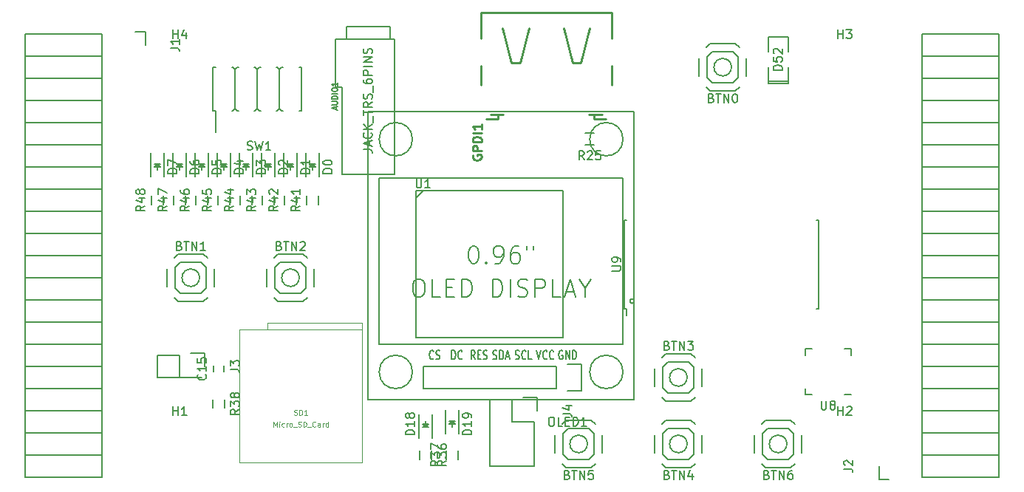
<source format=gto>
G04 #@! TF.FileFunction,Legend,Top*
%FSLAX46Y46*%
G04 Gerber Fmt 4.6, Leading zero omitted, Abs format (unit mm)*
G04 Created by KiCad (PCBNEW 4.0.5+dfsg1-4) date Thu Jul  6 11:20:48 2017*
%MOMM*%
%LPD*%
G01*
G04 APERTURE LIST*
%ADD10C,0.100000*%
%ADD11C,0.150000*%
%ADD12C,0.010160*%
%ADD13C,0.152400*%
%ADD14C,0.254000*%
%ADD15C,0.124460*%
G04 APERTURE END LIST*
D10*
D11*
X107080000Y-70270000D02*
X107080000Y-72695000D01*
X109340000Y-70020000D02*
X109340000Y-65520000D01*
X116960000Y-65270000D02*
X116680000Y-65270000D01*
X116960000Y-65270000D02*
X116960000Y-70270000D01*
X116960000Y-70270000D02*
X116680000Y-70270000D01*
X106800000Y-70270000D02*
X107080000Y-70270000D01*
X106800000Y-65270000D02*
X106800000Y-70270000D01*
X108959000Y-65270000D02*
X109086000Y-65270000D01*
X109086000Y-65270000D02*
X109340000Y-65524000D01*
X109340000Y-65524000D02*
X109594000Y-65270000D01*
X109594000Y-65270000D02*
X109721000Y-65270000D01*
X106800000Y-65270000D02*
X107080000Y-65270000D01*
X111499000Y-65270000D02*
X111626000Y-65270000D01*
X114039000Y-65270000D02*
X114166000Y-65270000D01*
X109721000Y-70270000D02*
X109594000Y-70270000D01*
X111880000Y-65524000D02*
X112134000Y-65270000D01*
X114420000Y-65524000D02*
X114674000Y-65270000D01*
X109340000Y-70016000D02*
X109086000Y-70270000D01*
X112134000Y-65270000D02*
X112261000Y-65270000D01*
X114674000Y-65270000D02*
X114801000Y-65270000D01*
X109086000Y-70270000D02*
X108959000Y-70270000D01*
X111626000Y-65270000D02*
X111880000Y-65524000D01*
X114166000Y-65270000D02*
X114420000Y-65524000D01*
X109594000Y-70270000D02*
X109340000Y-70016000D01*
X112261000Y-70270000D02*
X112134000Y-70270000D01*
X114801000Y-70270000D02*
X114674000Y-70270000D01*
X111626000Y-70270000D02*
X111499000Y-70270000D01*
X114166000Y-70270000D02*
X114039000Y-70270000D01*
X111880000Y-70016000D02*
X111626000Y-70270000D01*
X114420000Y-70016000D02*
X114166000Y-70270000D01*
X112134000Y-70270000D02*
X111880000Y-70016000D01*
X114674000Y-70270000D02*
X114420000Y-70016000D01*
X111880000Y-70020000D02*
X111880000Y-65520000D01*
X114420000Y-70020000D02*
X114420000Y-65520000D01*
X130080000Y-96200000D02*
X146880000Y-96200000D01*
X146880000Y-96200000D02*
X146880000Y-79400000D01*
X146880000Y-79400000D02*
X130080000Y-79400000D01*
X130080000Y-79400000D02*
X130080000Y-96200000D01*
X130880000Y-79400000D02*
X130080000Y-80200000D01*
X170427000Y-66881000D02*
X170427000Y-67135000D01*
X170427000Y-67135000D02*
X172713000Y-67135000D01*
X172713000Y-67135000D02*
X172713000Y-66881000D01*
X170427000Y-66881000D02*
X172713000Y-66881000D01*
X172713000Y-66881000D02*
X172713000Y-65230000D01*
X170427000Y-63452000D02*
X170427000Y-61801000D01*
X170427000Y-61801000D02*
X172713000Y-61801000D01*
X172713000Y-61801000D02*
X172713000Y-63452000D01*
X170427000Y-65230000D02*
X170427000Y-66881000D01*
D12*
X113070000Y-95320000D02*
X113070000Y-94520000D01*
X113070000Y-94520000D02*
X123870000Y-94520000D01*
X123870000Y-94520000D02*
X123870000Y-95320000D01*
X109870000Y-110520000D02*
X109870000Y-95320000D01*
X109870000Y-95320000D02*
X123870000Y-95320000D01*
X123870000Y-95320000D02*
X123870000Y-110520000D01*
X123870000Y-110520000D02*
X109870000Y-110520000D01*
D11*
X105260000Y-89360000D02*
G75*
G03X105260000Y-89360000I-1000000J0D01*
G01*
X103060000Y-87560000D02*
X105460000Y-87560000D01*
X102460000Y-88160000D02*
X103060000Y-87560000D01*
X102460000Y-90560000D02*
X102460000Y-88160000D01*
X103060000Y-91160000D02*
X102460000Y-90560000D01*
X105460000Y-91160000D02*
X103060000Y-91160000D01*
X106060000Y-90560000D02*
X105460000Y-91160000D01*
X106060000Y-88160000D02*
X106060000Y-90560000D01*
X105460000Y-87560000D02*
X106060000Y-88160000D01*
X102810000Y-86660000D02*
X105710000Y-86660000D01*
X102360000Y-87110000D02*
X102810000Y-86660000D01*
X101560000Y-90360000D02*
X101560000Y-88360000D01*
X102810000Y-92060000D02*
X102360000Y-91610000D01*
X105710000Y-92060000D02*
X102810000Y-92060000D01*
X106160000Y-91610000D02*
X105710000Y-92060000D01*
X106960000Y-88360000D02*
X106960000Y-90360000D01*
X105710000Y-86660000D02*
X106160000Y-87110000D01*
X116690000Y-89360000D02*
G75*
G03X116690000Y-89360000I-1000000J0D01*
G01*
X114490000Y-87560000D02*
X116890000Y-87560000D01*
X113890000Y-88160000D02*
X114490000Y-87560000D01*
X113890000Y-90560000D02*
X113890000Y-88160000D01*
X114490000Y-91160000D02*
X113890000Y-90560000D01*
X116890000Y-91160000D02*
X114490000Y-91160000D01*
X117490000Y-90560000D02*
X116890000Y-91160000D01*
X117490000Y-88160000D02*
X117490000Y-90560000D01*
X116890000Y-87560000D02*
X117490000Y-88160000D01*
X114240000Y-86660000D02*
X117140000Y-86660000D01*
X113790000Y-87110000D02*
X114240000Y-86660000D01*
X112990000Y-90360000D02*
X112990000Y-88360000D01*
X114240000Y-92060000D02*
X113790000Y-91610000D01*
X117140000Y-92060000D02*
X114240000Y-92060000D01*
X117590000Y-91610000D02*
X117140000Y-92060000D01*
X118390000Y-88360000D02*
X118390000Y-90360000D01*
X117140000Y-86660000D02*
X117590000Y-87110000D01*
X161140000Y-100790000D02*
G75*
G03X161140000Y-100790000I-1000000J0D01*
G01*
X158940000Y-98990000D02*
X161340000Y-98990000D01*
X158340000Y-99590000D02*
X158940000Y-98990000D01*
X158340000Y-101990000D02*
X158340000Y-99590000D01*
X158940000Y-102590000D02*
X158340000Y-101990000D01*
X161340000Y-102590000D02*
X158940000Y-102590000D01*
X161940000Y-101990000D02*
X161340000Y-102590000D01*
X161940000Y-99590000D02*
X161940000Y-101990000D01*
X161340000Y-98990000D02*
X161940000Y-99590000D01*
X158690000Y-98090000D02*
X161590000Y-98090000D01*
X158240000Y-98540000D02*
X158690000Y-98090000D01*
X157440000Y-101790000D02*
X157440000Y-99790000D01*
X158690000Y-103490000D02*
X158240000Y-103040000D01*
X161590000Y-103490000D02*
X158690000Y-103490000D01*
X162040000Y-103040000D02*
X161590000Y-103490000D01*
X162840000Y-99790000D02*
X162840000Y-101790000D01*
X161590000Y-98090000D02*
X162040000Y-98540000D01*
X161140000Y-108410000D02*
G75*
G03X161140000Y-108410000I-1000000J0D01*
G01*
X161340000Y-110210000D02*
X158940000Y-110210000D01*
X161940000Y-109610000D02*
X161340000Y-110210000D01*
X161940000Y-107210000D02*
X161940000Y-109610000D01*
X161340000Y-106610000D02*
X161940000Y-107210000D01*
X158940000Y-106610000D02*
X161340000Y-106610000D01*
X158340000Y-107210000D02*
X158940000Y-106610000D01*
X158340000Y-109610000D02*
X158340000Y-107210000D01*
X158940000Y-110210000D02*
X158340000Y-109610000D01*
X161590000Y-111110000D02*
X158690000Y-111110000D01*
X162040000Y-110660000D02*
X161590000Y-111110000D01*
X162840000Y-107410000D02*
X162840000Y-109410000D01*
X161590000Y-105710000D02*
X162040000Y-106160000D01*
X158690000Y-105710000D02*
X161590000Y-105710000D01*
X158240000Y-106160000D02*
X158690000Y-105710000D01*
X157440000Y-109410000D02*
X157440000Y-107410000D01*
X158690000Y-111110000D02*
X158240000Y-110660000D01*
X149710000Y-108410000D02*
G75*
G03X149710000Y-108410000I-1000000J0D01*
G01*
X149910000Y-110210000D02*
X147510000Y-110210000D01*
X150510000Y-109610000D02*
X149910000Y-110210000D01*
X150510000Y-107210000D02*
X150510000Y-109610000D01*
X149910000Y-106610000D02*
X150510000Y-107210000D01*
X147510000Y-106610000D02*
X149910000Y-106610000D01*
X146910000Y-107210000D02*
X147510000Y-106610000D01*
X146910000Y-109610000D02*
X146910000Y-107210000D01*
X147510000Y-110210000D02*
X146910000Y-109610000D01*
X150160000Y-111110000D02*
X147260000Y-111110000D01*
X150610000Y-110660000D02*
X150160000Y-111110000D01*
X151410000Y-107410000D02*
X151410000Y-109410000D01*
X150160000Y-105710000D02*
X150610000Y-106160000D01*
X147260000Y-105710000D02*
X150160000Y-105710000D01*
X146810000Y-106160000D02*
X147260000Y-105710000D01*
X146010000Y-109410000D02*
X146010000Y-107410000D01*
X147260000Y-111110000D02*
X146810000Y-110660000D01*
X172570000Y-108410000D02*
G75*
G03X172570000Y-108410000I-1000000J0D01*
G01*
X172770000Y-110210000D02*
X170370000Y-110210000D01*
X173370000Y-109610000D02*
X172770000Y-110210000D01*
X173370000Y-107210000D02*
X173370000Y-109610000D01*
X172770000Y-106610000D02*
X173370000Y-107210000D01*
X170370000Y-106610000D02*
X172770000Y-106610000D01*
X169770000Y-107210000D02*
X170370000Y-106610000D01*
X169770000Y-109610000D02*
X169770000Y-107210000D01*
X170370000Y-110210000D02*
X169770000Y-109610000D01*
X173020000Y-111110000D02*
X170120000Y-111110000D01*
X173470000Y-110660000D02*
X173020000Y-111110000D01*
X174270000Y-107410000D02*
X174270000Y-109410000D01*
X173020000Y-105710000D02*
X173470000Y-106160000D01*
X170120000Y-105710000D02*
X173020000Y-105710000D01*
X169670000Y-106160000D02*
X170120000Y-105710000D01*
X168870000Y-109410000D02*
X168870000Y-107410000D01*
X170120000Y-111110000D02*
X169670000Y-110660000D01*
X117480000Y-75060000D02*
X117480000Y-77760000D01*
X118980000Y-75060000D02*
X118980000Y-77760000D01*
X118080000Y-76560000D02*
X118330000Y-76560000D01*
X118330000Y-76560000D02*
X118180000Y-76410000D01*
X118580000Y-76310000D02*
X117880000Y-76310000D01*
X118230000Y-76660000D02*
X118230000Y-77010000D01*
X118230000Y-76310000D02*
X118580000Y-76660000D01*
X118580000Y-76660000D02*
X117880000Y-76660000D01*
X117880000Y-76660000D02*
X118230000Y-76310000D01*
X114940000Y-75060000D02*
X114940000Y-77760000D01*
X116440000Y-75060000D02*
X116440000Y-77760000D01*
X115540000Y-76560000D02*
X115790000Y-76560000D01*
X115790000Y-76560000D02*
X115640000Y-76410000D01*
X116040000Y-76310000D02*
X115340000Y-76310000D01*
X115690000Y-76660000D02*
X115690000Y-77010000D01*
X115690000Y-76310000D02*
X116040000Y-76660000D01*
X116040000Y-76660000D02*
X115340000Y-76660000D01*
X115340000Y-76660000D02*
X115690000Y-76310000D01*
X112400000Y-75060000D02*
X112400000Y-77760000D01*
X113900000Y-75060000D02*
X113900000Y-77760000D01*
X113000000Y-76560000D02*
X113250000Y-76560000D01*
X113250000Y-76560000D02*
X113100000Y-76410000D01*
X113500000Y-76310000D02*
X112800000Y-76310000D01*
X113150000Y-76660000D02*
X113150000Y-77010000D01*
X113150000Y-76310000D02*
X113500000Y-76660000D01*
X113500000Y-76660000D02*
X112800000Y-76660000D01*
X112800000Y-76660000D02*
X113150000Y-76310000D01*
X109860000Y-75060000D02*
X109860000Y-77760000D01*
X111360000Y-75060000D02*
X111360000Y-77760000D01*
X110460000Y-76560000D02*
X110710000Y-76560000D01*
X110710000Y-76560000D02*
X110560000Y-76410000D01*
X110960000Y-76310000D02*
X110260000Y-76310000D01*
X110610000Y-76660000D02*
X110610000Y-77010000D01*
X110610000Y-76310000D02*
X110960000Y-76660000D01*
X110960000Y-76660000D02*
X110260000Y-76660000D01*
X110260000Y-76660000D02*
X110610000Y-76310000D01*
X107320000Y-75060000D02*
X107320000Y-77760000D01*
X108820000Y-75060000D02*
X108820000Y-77760000D01*
X107920000Y-76560000D02*
X108170000Y-76560000D01*
X108170000Y-76560000D02*
X108020000Y-76410000D01*
X108420000Y-76310000D02*
X107720000Y-76310000D01*
X108070000Y-76660000D02*
X108070000Y-77010000D01*
X108070000Y-76310000D02*
X108420000Y-76660000D01*
X108420000Y-76660000D02*
X107720000Y-76660000D01*
X107720000Y-76660000D02*
X108070000Y-76310000D01*
X104780000Y-75060000D02*
X104780000Y-77760000D01*
X106280000Y-75060000D02*
X106280000Y-77760000D01*
X105380000Y-76560000D02*
X105630000Y-76560000D01*
X105630000Y-76560000D02*
X105480000Y-76410000D01*
X105880000Y-76310000D02*
X105180000Y-76310000D01*
X105530000Y-76660000D02*
X105530000Y-77010000D01*
X105530000Y-76310000D02*
X105880000Y-76660000D01*
X105880000Y-76660000D02*
X105180000Y-76660000D01*
X105180000Y-76660000D02*
X105530000Y-76310000D01*
X102240000Y-75060000D02*
X102240000Y-77760000D01*
X103740000Y-75060000D02*
X103740000Y-77760000D01*
X102840000Y-76560000D02*
X103090000Y-76560000D01*
X103090000Y-76560000D02*
X102940000Y-76410000D01*
X103340000Y-76310000D02*
X102640000Y-76310000D01*
X102990000Y-76660000D02*
X102990000Y-77010000D01*
X102990000Y-76310000D02*
X103340000Y-76660000D01*
X103340000Y-76660000D02*
X102640000Y-76660000D01*
X102640000Y-76660000D02*
X102990000Y-76310000D01*
X99700000Y-75060000D02*
X99700000Y-77760000D01*
X101200000Y-75060000D02*
X101200000Y-77760000D01*
X100300000Y-76560000D02*
X100550000Y-76560000D01*
X100550000Y-76560000D02*
X100400000Y-76410000D01*
X100800000Y-76310000D02*
X100100000Y-76310000D01*
X100450000Y-76660000D02*
X100450000Y-77010000D01*
X100450000Y-76310000D02*
X100800000Y-76660000D01*
X100800000Y-76660000D02*
X100100000Y-76660000D01*
X100100000Y-76660000D02*
X100450000Y-76310000D01*
D13*
X121580000Y-77540000D02*
X121580000Y-67540000D01*
X121580000Y-67540000D02*
X120880000Y-67540000D01*
X120880000Y-67540000D02*
X120880000Y-62040000D01*
X127580000Y-77540000D02*
X121580000Y-77540000D01*
X127580000Y-62040000D02*
X127580000Y-77540000D01*
X127580000Y-62040000D02*
X120880000Y-62040000D01*
X127080000Y-62040000D02*
X127080000Y-60540000D01*
X127080000Y-60540000D02*
X122080000Y-60540000D01*
X122080000Y-60540000D02*
X122080000Y-62040000D01*
D11*
X176180000Y-92880000D02*
X175980000Y-92880000D01*
X176180000Y-82720000D02*
X175980000Y-82720000D01*
X155080000Y-92050000D02*
G75*
G03X155080000Y-92050000I-250000J0D01*
G01*
X154180000Y-92880000D02*
X154180000Y-93700000D01*
X153980000Y-92880000D02*
X154180000Y-92880000D01*
X153980000Y-82720000D02*
X154180000Y-82720000D01*
X176190000Y-82720000D02*
X176190000Y-92880000D01*
X153970000Y-92880000D02*
X153970000Y-82720000D01*
D14*
X151378260Y-70648160D02*
X150479100Y-70648160D01*
X150479100Y-70648160D02*
X149879660Y-70648160D01*
X140080340Y-70648160D02*
X139480900Y-70648160D01*
X139480900Y-70648160D02*
X138581740Y-70648160D01*
X137481920Y-67249640D02*
X137481920Y-65098260D01*
X137481920Y-61900400D02*
X137481920Y-58992100D01*
X137481920Y-58992100D02*
X152478080Y-58992100D01*
X152478080Y-58992100D02*
X152478080Y-61900400D01*
X152478080Y-65098260D02*
X152478080Y-67249640D01*
X138106760Y-71148540D02*
X139480900Y-71148540D01*
X139480900Y-71148540D02*
X139480900Y-70648160D01*
X150479100Y-70648160D02*
X150479100Y-71148540D01*
X150479100Y-71148540D02*
X151865940Y-71148540D01*
X142981020Y-60732000D02*
X141980260Y-64732500D01*
X141980260Y-64732500D02*
X140982040Y-64732500D01*
X140982040Y-64732500D02*
X139981280Y-60732000D01*
X146978980Y-60732000D02*
X147979740Y-64732500D01*
X147979740Y-64732500D02*
X148977960Y-64732500D01*
X148977960Y-64732500D02*
X149978720Y-60732000D01*
D11*
X85270000Y-112220000D02*
X94100000Y-112220000D01*
X85270000Y-109680000D02*
X85270000Y-112220000D01*
X94100000Y-109680000D02*
X94100000Y-112220000D01*
X94100000Y-112220000D02*
X85270000Y-112220000D01*
X94100000Y-109680000D02*
X85270000Y-109680000D01*
X94100000Y-107140000D02*
X94100000Y-109680000D01*
X85270000Y-107140000D02*
X85270000Y-109680000D01*
X85270000Y-109680000D02*
X94100000Y-109680000D01*
X85270000Y-91900000D02*
X94100000Y-91900000D01*
X85270000Y-89360000D02*
X85270000Y-91900000D01*
X94100000Y-89360000D02*
X94100000Y-91900000D01*
X94100000Y-91900000D02*
X85270000Y-91900000D01*
X94100000Y-94440000D02*
X85270000Y-94440000D01*
X94100000Y-91900000D02*
X94100000Y-94440000D01*
X85270000Y-91900000D02*
X85270000Y-94440000D01*
X85270000Y-94440000D02*
X94100000Y-94440000D01*
X85270000Y-107140000D02*
X94100000Y-107140000D01*
X85270000Y-104600000D02*
X85270000Y-107140000D01*
X94100000Y-104600000D02*
X94100000Y-107140000D01*
X94100000Y-107140000D02*
X85270000Y-107140000D01*
X94100000Y-104600000D02*
X85270000Y-104600000D01*
X94100000Y-102060000D02*
X94100000Y-104600000D01*
X85270000Y-102060000D02*
X85270000Y-104600000D01*
X85270000Y-104600000D02*
X94100000Y-104600000D01*
X85270000Y-102060000D02*
X94100000Y-102060000D01*
X85270000Y-99520000D02*
X85270000Y-102060000D01*
X94100000Y-99520000D02*
X94100000Y-102060000D01*
X94100000Y-102060000D02*
X85270000Y-102060000D01*
X94100000Y-99520000D02*
X85270000Y-99520000D01*
X94100000Y-96980000D02*
X94100000Y-99520000D01*
X85270000Y-96980000D02*
X85270000Y-99520000D01*
X85270000Y-99520000D02*
X94100000Y-99520000D01*
X85270000Y-96980000D02*
X94100000Y-96980000D01*
X85270000Y-94440000D02*
X85270000Y-96980000D01*
X94100000Y-94440000D02*
X94100000Y-96980000D01*
X94100000Y-96980000D02*
X85270000Y-96980000D01*
X94100000Y-79200000D02*
X85270000Y-79200000D01*
X94100000Y-76660000D02*
X94100000Y-79200000D01*
X85270000Y-76660000D02*
X85270000Y-79200000D01*
X85270000Y-79200000D02*
X94100000Y-79200000D01*
X85270000Y-81740000D02*
X94100000Y-81740000D01*
X85270000Y-79200000D02*
X85270000Y-81740000D01*
X94100000Y-79200000D02*
X94100000Y-81740000D01*
X94100000Y-81740000D02*
X85270000Y-81740000D01*
X94100000Y-84280000D02*
X85270000Y-84280000D01*
X94100000Y-81740000D02*
X94100000Y-84280000D01*
X85270000Y-81740000D02*
X85270000Y-84280000D01*
X85270000Y-84280000D02*
X94100000Y-84280000D01*
X85270000Y-86820000D02*
X94100000Y-86820000D01*
X85270000Y-84280000D02*
X85270000Y-86820000D01*
X94100000Y-84280000D02*
X94100000Y-86820000D01*
X94100000Y-86820000D02*
X85270000Y-86820000D01*
X94100000Y-89360000D02*
X85270000Y-89360000D01*
X94100000Y-86820000D02*
X94100000Y-89360000D01*
X85270000Y-86820000D02*
X85270000Y-89360000D01*
X85270000Y-89360000D02*
X94100000Y-89360000D01*
X85270000Y-76660000D02*
X94100000Y-76660000D01*
X85270000Y-74120000D02*
X85270000Y-76660000D01*
X94100000Y-74120000D02*
X94100000Y-76660000D01*
X94100000Y-76660000D02*
X85270000Y-76660000D01*
X94100000Y-74120000D02*
X85270000Y-74120000D01*
X94100000Y-71580000D02*
X94100000Y-74120000D01*
X85270000Y-71580000D02*
X85270000Y-74120000D01*
X85270000Y-74120000D02*
X94100000Y-74120000D01*
X85270000Y-71580000D02*
X94100000Y-71580000D01*
X85270000Y-69040000D02*
X85270000Y-71580000D01*
X94100000Y-69040000D02*
X94100000Y-71580000D01*
X94100000Y-71580000D02*
X85270000Y-71580000D01*
X94100000Y-69040000D02*
X85270000Y-69040000D01*
X94100000Y-66500000D02*
X94100000Y-69040000D01*
X85270000Y-66500000D02*
X85270000Y-69040000D01*
X85270000Y-69040000D02*
X94100000Y-69040000D01*
X85270000Y-66500000D02*
X94100000Y-66500000D01*
X85270000Y-63960000D02*
X85270000Y-66500000D01*
X94100000Y-63960000D02*
X94100000Y-66500000D01*
X94100000Y-66500000D02*
X85270000Y-66500000D01*
X94100000Y-63960000D02*
X85270000Y-63960000D01*
X94100000Y-61420000D02*
X94100000Y-63960000D01*
X99060000Y-62690000D02*
X99060000Y-61140000D01*
X99060000Y-61140000D02*
X97910000Y-61140000D01*
X94100000Y-61420000D02*
X85270000Y-61420000D01*
X85270000Y-61420000D02*
X85270000Y-63960000D01*
X85270000Y-63960000D02*
X94100000Y-63960000D01*
X196910000Y-61420000D02*
X188080000Y-61420000D01*
X196910000Y-63960000D02*
X196910000Y-61420000D01*
X188080000Y-63960000D02*
X188080000Y-61420000D01*
X188080000Y-61420000D02*
X196910000Y-61420000D01*
X188080000Y-63960000D02*
X196910000Y-63960000D01*
X188080000Y-66500000D02*
X188080000Y-63960000D01*
X196910000Y-66500000D02*
X196910000Y-63960000D01*
X196910000Y-63960000D02*
X188080000Y-63960000D01*
X196910000Y-81740000D02*
X188080000Y-81740000D01*
X196910000Y-84280000D02*
X196910000Y-81740000D01*
X188080000Y-84280000D02*
X188080000Y-81740000D01*
X188080000Y-81740000D02*
X196910000Y-81740000D01*
X188080000Y-79200000D02*
X196910000Y-79200000D01*
X188080000Y-81740000D02*
X188080000Y-79200000D01*
X196910000Y-81740000D02*
X196910000Y-79200000D01*
X196910000Y-79200000D02*
X188080000Y-79200000D01*
X196910000Y-66500000D02*
X188080000Y-66500000D01*
X196910000Y-69040000D02*
X196910000Y-66500000D01*
X188080000Y-69040000D02*
X188080000Y-66500000D01*
X188080000Y-66500000D02*
X196910000Y-66500000D01*
X188080000Y-69040000D02*
X196910000Y-69040000D01*
X188080000Y-71580000D02*
X188080000Y-69040000D01*
X196910000Y-71580000D02*
X196910000Y-69040000D01*
X196910000Y-69040000D02*
X188080000Y-69040000D01*
X196910000Y-71580000D02*
X188080000Y-71580000D01*
X196910000Y-74120000D02*
X196910000Y-71580000D01*
X188080000Y-74120000D02*
X188080000Y-71580000D01*
X188080000Y-71580000D02*
X196910000Y-71580000D01*
X188080000Y-74120000D02*
X196910000Y-74120000D01*
X188080000Y-76660000D02*
X188080000Y-74120000D01*
X196910000Y-76660000D02*
X196910000Y-74120000D01*
X196910000Y-74120000D02*
X188080000Y-74120000D01*
X196910000Y-76660000D02*
X188080000Y-76660000D01*
X196910000Y-79200000D02*
X196910000Y-76660000D01*
X188080000Y-79200000D02*
X188080000Y-76660000D01*
X188080000Y-76660000D02*
X196910000Y-76660000D01*
X188080000Y-94440000D02*
X196910000Y-94440000D01*
X188080000Y-96980000D02*
X188080000Y-94440000D01*
X196910000Y-96980000D02*
X196910000Y-94440000D01*
X196910000Y-94440000D02*
X188080000Y-94440000D01*
X196910000Y-91900000D02*
X188080000Y-91900000D01*
X196910000Y-94440000D02*
X196910000Y-91900000D01*
X188080000Y-94440000D02*
X188080000Y-91900000D01*
X188080000Y-91900000D02*
X196910000Y-91900000D01*
X188080000Y-89360000D02*
X196910000Y-89360000D01*
X188080000Y-91900000D02*
X188080000Y-89360000D01*
X196910000Y-91900000D02*
X196910000Y-89360000D01*
X196910000Y-89360000D02*
X188080000Y-89360000D01*
X196910000Y-86820000D02*
X188080000Y-86820000D01*
X196910000Y-89360000D02*
X196910000Y-86820000D01*
X188080000Y-89360000D02*
X188080000Y-86820000D01*
X188080000Y-86820000D02*
X196910000Y-86820000D01*
X188080000Y-84280000D02*
X196910000Y-84280000D01*
X188080000Y-86820000D02*
X188080000Y-84280000D01*
X196910000Y-86820000D02*
X196910000Y-84280000D01*
X196910000Y-84280000D02*
X188080000Y-84280000D01*
X196910000Y-96980000D02*
X188080000Y-96980000D01*
X196910000Y-99520000D02*
X196910000Y-96980000D01*
X188080000Y-99520000D02*
X188080000Y-96980000D01*
X188080000Y-96980000D02*
X196910000Y-96980000D01*
X188080000Y-99520000D02*
X196910000Y-99520000D01*
X188080000Y-102060000D02*
X188080000Y-99520000D01*
X196910000Y-102060000D02*
X196910000Y-99520000D01*
X196910000Y-99520000D02*
X188080000Y-99520000D01*
X196910000Y-102060000D02*
X188080000Y-102060000D01*
X196910000Y-104600000D02*
X196910000Y-102060000D01*
X188080000Y-104600000D02*
X188080000Y-102060000D01*
X188080000Y-102060000D02*
X196910000Y-102060000D01*
X188080000Y-104600000D02*
X196910000Y-104600000D01*
X188080000Y-107140000D02*
X188080000Y-104600000D01*
X196910000Y-107140000D02*
X196910000Y-104600000D01*
X196910000Y-104600000D02*
X188080000Y-104600000D01*
X196910000Y-107140000D02*
X188080000Y-107140000D01*
X196910000Y-109680000D02*
X196910000Y-107140000D01*
X188080000Y-109680000D02*
X188080000Y-107140000D01*
X188080000Y-107140000D02*
X196910000Y-107140000D01*
X188080000Y-109680000D02*
X196910000Y-109680000D01*
X188080000Y-112220000D02*
X188080000Y-109680000D01*
X183120000Y-110950000D02*
X183120000Y-112500000D01*
X183120000Y-112500000D02*
X184270000Y-112500000D01*
X188080000Y-112220000D02*
X196910000Y-112220000D01*
X196910000Y-112220000D02*
X196910000Y-109680000D01*
X196910000Y-109680000D02*
X188080000Y-109680000D01*
X166220000Y-65230000D02*
G75*
G03X166220000Y-65230000I-1000000J0D01*
G01*
X166420000Y-67030000D02*
X164020000Y-67030000D01*
X167020000Y-66430000D02*
X166420000Y-67030000D01*
X167020000Y-64030000D02*
X167020000Y-66430000D01*
X166420000Y-63430000D02*
X167020000Y-64030000D01*
X164020000Y-63430000D02*
X166420000Y-63430000D01*
X163420000Y-64030000D02*
X164020000Y-63430000D01*
X163420000Y-66430000D02*
X163420000Y-64030000D01*
X164020000Y-67030000D02*
X163420000Y-66430000D01*
X166670000Y-67930000D02*
X163770000Y-67930000D01*
X167120000Y-67480000D02*
X166670000Y-67930000D01*
X167920000Y-64230000D02*
X167920000Y-66230000D01*
X166670000Y-62530000D02*
X167120000Y-62980000D01*
X163770000Y-62530000D02*
X166670000Y-62530000D01*
X163320000Y-62980000D02*
X163770000Y-62530000D01*
X162520000Y-66230000D02*
X162520000Y-64230000D01*
X163770000Y-67930000D02*
X163320000Y-67480000D01*
X149480000Y-72810000D02*
X150480000Y-72810000D01*
X150480000Y-74160000D02*
X149480000Y-74160000D01*
X105810000Y-99520000D02*
X105810000Y-97970000D01*
X102990000Y-100790000D02*
X105530000Y-100790000D01*
X105810000Y-97970000D02*
X104260000Y-97970000D01*
X100450000Y-100790000D02*
X102990000Y-100790000D01*
X102990000Y-100790000D02*
X102990000Y-98250000D01*
X102990000Y-98250000D02*
X100450000Y-98250000D01*
X100450000Y-98250000D02*
X100450000Y-100790000D01*
X153790000Y-73485000D02*
G75*
G03X153790000Y-73485000I-1905000J0D01*
G01*
X129660000Y-73485000D02*
G75*
G03X129660000Y-73485000I-1905000J0D01*
G01*
X129660000Y-100155000D02*
G75*
G03X129660000Y-100155000I-1905000J0D01*
G01*
X153790000Y-100155000D02*
G75*
G03X153790000Y-100155000I-1905000J0D01*
G01*
X153790000Y-77930000D02*
X153790000Y-96980000D01*
X125850000Y-77930000D02*
X153790000Y-77930000D01*
X125850000Y-96980000D02*
X125850000Y-77930000D01*
X153790000Y-96980000D02*
X125850000Y-96980000D01*
X155060000Y-70310000D02*
X155060000Y-103330000D01*
X124580000Y-70310000D02*
X155060000Y-70310000D01*
X124580000Y-103330000D02*
X124580000Y-70310000D01*
X155060000Y-103330000D02*
X124580000Y-103330000D01*
X146170000Y-99520000D02*
X130930000Y-99520000D01*
X130930000Y-99520000D02*
X130930000Y-102060000D01*
X130930000Y-102060000D02*
X146170000Y-102060000D01*
X148990000Y-99240000D02*
X147440000Y-99240000D01*
X146170000Y-99520000D02*
X146170000Y-102060000D01*
X147440000Y-102340000D02*
X148990000Y-102340000D01*
X148990000Y-102340000D02*
X148990000Y-99240000D01*
X131934000Y-107724000D02*
X131934000Y-105024000D01*
X130434000Y-107724000D02*
X130434000Y-105024000D01*
X131334000Y-106224000D02*
X131084000Y-106224000D01*
X131084000Y-106224000D02*
X131234000Y-106374000D01*
X130834000Y-106474000D02*
X131534000Y-106474000D01*
X131184000Y-106124000D02*
X131184000Y-105774000D01*
X131184000Y-106474000D02*
X130834000Y-106124000D01*
X130834000Y-106124000D02*
X131534000Y-106124000D01*
X131534000Y-106124000D02*
X131184000Y-106474000D01*
X133482000Y-104524000D02*
X133482000Y-107224000D01*
X134982000Y-104524000D02*
X134982000Y-107224000D01*
X134082000Y-106024000D02*
X134332000Y-106024000D01*
X134332000Y-106024000D02*
X134182000Y-105874000D01*
X134582000Y-105774000D02*
X133882000Y-105774000D01*
X134232000Y-106124000D02*
X134232000Y-106474000D01*
X134232000Y-105774000D02*
X134582000Y-106124000D01*
X134582000Y-106124000D02*
X133882000Y-106124000D01*
X133882000Y-106124000D02*
X134232000Y-105774000D01*
X130509000Y-110180000D02*
X130509000Y-109180000D01*
X131859000Y-109180000D02*
X131859000Y-110180000D01*
X134907000Y-109180000D02*
X134907000Y-110180000D01*
X133557000Y-110180000D02*
X133557000Y-109180000D01*
X106880000Y-100150000D02*
X106880000Y-99450000D01*
X108080000Y-99450000D02*
X108080000Y-100150000D01*
X106805000Y-104300000D02*
X106805000Y-103300000D01*
X108155000Y-103300000D02*
X108155000Y-104300000D01*
X143630000Y-110950000D02*
X143630000Y-105870000D01*
X143910000Y-103050000D02*
X143910000Y-104600000D01*
X141090000Y-103330000D02*
X141090000Y-105870000D01*
X141090000Y-105870000D02*
X143630000Y-105870000D01*
X143630000Y-110950000D02*
X138550000Y-110950000D01*
X138550000Y-110950000D02*
X138550000Y-105870000D01*
X143910000Y-103050000D02*
X142360000Y-103050000D01*
X138550000Y-103330000D02*
X141090000Y-103330000D01*
X138550000Y-105870000D02*
X138550000Y-103330000D01*
X118905000Y-79970000D02*
X118905000Y-80970000D01*
X117555000Y-80970000D02*
X117555000Y-79970000D01*
X116365000Y-79970000D02*
X116365000Y-80970000D01*
X115015000Y-80970000D02*
X115015000Y-79970000D01*
X113825000Y-79970000D02*
X113825000Y-80970000D01*
X112475000Y-80970000D02*
X112475000Y-79970000D01*
X111285000Y-79970000D02*
X111285000Y-80970000D01*
X109935000Y-80970000D02*
X109935000Y-79970000D01*
X108745000Y-79970000D02*
X108745000Y-80970000D01*
X107395000Y-80970000D02*
X107395000Y-79970000D01*
X106205000Y-79970000D02*
X106205000Y-80970000D01*
X104855000Y-80970000D02*
X104855000Y-79970000D01*
X103665000Y-79970000D02*
X103665000Y-80970000D01*
X102315000Y-80970000D02*
X102315000Y-79970000D01*
X101125000Y-79970000D02*
X101125000Y-80970000D01*
X99775000Y-80970000D02*
X99775000Y-79970000D01*
X174660000Y-102780000D02*
X174660000Y-102030000D01*
X179910000Y-97530000D02*
X179910000Y-98280000D01*
X174660000Y-97530000D02*
X174660000Y-98280000D01*
X179910000Y-102780000D02*
X179160000Y-102780000D01*
X179910000Y-97530000D02*
X179160000Y-97530000D01*
X174660000Y-97530000D02*
X175410000Y-97530000D01*
X174660000Y-102780000D02*
X175410000Y-102780000D01*
X110746667Y-74674762D02*
X110889524Y-74722381D01*
X111127620Y-74722381D01*
X111222858Y-74674762D01*
X111270477Y-74627143D01*
X111318096Y-74531905D01*
X111318096Y-74436667D01*
X111270477Y-74341429D01*
X111222858Y-74293810D01*
X111127620Y-74246190D01*
X110937143Y-74198571D01*
X110841905Y-74150952D01*
X110794286Y-74103333D01*
X110746667Y-74008095D01*
X110746667Y-73912857D01*
X110794286Y-73817619D01*
X110841905Y-73770000D01*
X110937143Y-73722381D01*
X111175239Y-73722381D01*
X111318096Y-73770000D01*
X111651429Y-73722381D02*
X111889524Y-74722381D01*
X112080001Y-74008095D01*
X112270477Y-74722381D01*
X112508572Y-73722381D01*
X113413334Y-74722381D02*
X112841905Y-74722381D01*
X113127619Y-74722381D02*
X113127619Y-73722381D01*
X113032381Y-73865238D01*
X112937143Y-73960476D01*
X112841905Y-74008095D01*
X130118095Y-78052381D02*
X130118095Y-78861905D01*
X130165714Y-78957143D01*
X130213333Y-79004762D01*
X130308571Y-79052381D01*
X130499048Y-79052381D01*
X130594286Y-79004762D01*
X130641905Y-78957143D01*
X130689524Y-78861905D01*
X130689524Y-78052381D01*
X131689524Y-79052381D02*
X131118095Y-79052381D01*
X131403809Y-79052381D02*
X131403809Y-78052381D01*
X131308571Y-78195238D01*
X131213333Y-78290476D01*
X131118095Y-78338095D01*
X172022381Y-65555286D02*
X171022381Y-65555286D01*
X171022381Y-65317191D01*
X171070000Y-65174333D01*
X171165238Y-65079095D01*
X171260476Y-65031476D01*
X171450952Y-64983857D01*
X171593810Y-64983857D01*
X171784286Y-65031476D01*
X171879524Y-65079095D01*
X171974762Y-65174333D01*
X172022381Y-65317191D01*
X172022381Y-65555286D01*
X171022381Y-64079095D02*
X171022381Y-64555286D01*
X171498571Y-64602905D01*
X171450952Y-64555286D01*
X171403333Y-64460048D01*
X171403333Y-64221952D01*
X171450952Y-64126714D01*
X171498571Y-64079095D01*
X171593810Y-64031476D01*
X171831905Y-64031476D01*
X171927143Y-64079095D01*
X171974762Y-64126714D01*
X172022381Y-64221952D01*
X172022381Y-64460048D01*
X171974762Y-64555286D01*
X171927143Y-64602905D01*
X171117619Y-63650524D02*
X171070000Y-63602905D01*
X171022381Y-63507667D01*
X171022381Y-63269571D01*
X171070000Y-63174333D01*
X171117619Y-63126714D01*
X171212857Y-63079095D01*
X171308095Y-63079095D01*
X171450952Y-63126714D01*
X172022381Y-63698143D01*
X172022381Y-63079095D01*
D15*
X116113564Y-105062630D02*
X116199198Y-105091175D01*
X116341922Y-105091175D01*
X116399012Y-105062630D01*
X116427556Y-105034086D01*
X116456101Y-104976996D01*
X116456101Y-104919907D01*
X116427556Y-104862817D01*
X116399012Y-104834272D01*
X116341922Y-104805728D01*
X116227743Y-104777183D01*
X116170654Y-104748638D01*
X116142109Y-104720093D01*
X116113564Y-104663004D01*
X116113564Y-104605914D01*
X116142109Y-104548825D01*
X116170654Y-104520280D01*
X116227743Y-104491735D01*
X116370467Y-104491735D01*
X116456101Y-104520280D01*
X116713004Y-105091175D02*
X116713004Y-104491735D01*
X116855728Y-104491735D01*
X116941362Y-104520280D01*
X116998451Y-104577370D01*
X117026996Y-104634459D01*
X117055541Y-104748638D01*
X117055541Y-104834272D01*
X117026996Y-104948451D01*
X116998451Y-105005541D01*
X116941362Y-105062630D01*
X116855728Y-105091175D01*
X116713004Y-105091175D01*
X117626436Y-105091175D02*
X117283899Y-105091175D01*
X117455168Y-105091175D02*
X117455168Y-104491735D01*
X117398078Y-104577370D01*
X117340989Y-104634459D01*
X117283899Y-104663004D01*
X113744350Y-106441175D02*
X113744350Y-105841735D01*
X113944163Y-106269907D01*
X114143976Y-105841735D01*
X114143976Y-106441175D01*
X114429424Y-106441175D02*
X114429424Y-106041549D01*
X114429424Y-105841735D02*
X114400879Y-105870280D01*
X114429424Y-105898825D01*
X114457969Y-105870280D01*
X114429424Y-105841735D01*
X114429424Y-105898825D01*
X114971775Y-106412630D02*
X114914685Y-106441175D01*
X114800506Y-106441175D01*
X114743417Y-106412630D01*
X114714872Y-106384086D01*
X114686327Y-106326996D01*
X114686327Y-106155728D01*
X114714872Y-106098638D01*
X114743417Y-106070093D01*
X114800506Y-106041549D01*
X114914685Y-106041549D01*
X114971775Y-106070093D01*
X115228678Y-106441175D02*
X115228678Y-106041549D01*
X115228678Y-106155728D02*
X115257223Y-106098638D01*
X115285767Y-106070093D01*
X115342857Y-106041549D01*
X115399946Y-106041549D01*
X115685394Y-106441175D02*
X115628305Y-106412630D01*
X115599760Y-106384086D01*
X115571215Y-106326996D01*
X115571215Y-106155728D01*
X115599760Y-106098638D01*
X115628305Y-106070093D01*
X115685394Y-106041549D01*
X115771028Y-106041549D01*
X115828118Y-106070093D01*
X115856663Y-106098638D01*
X115885207Y-106155728D01*
X115885207Y-106326996D01*
X115856663Y-106384086D01*
X115828118Y-106412630D01*
X115771028Y-106441175D01*
X115685394Y-106441175D01*
X115999386Y-106498265D02*
X116456102Y-106498265D01*
X116570281Y-106412630D02*
X116655915Y-106441175D01*
X116798639Y-106441175D01*
X116855729Y-106412630D01*
X116884273Y-106384086D01*
X116912818Y-106326996D01*
X116912818Y-106269907D01*
X116884273Y-106212817D01*
X116855729Y-106184272D01*
X116798639Y-106155728D01*
X116684460Y-106127183D01*
X116627371Y-106098638D01*
X116598826Y-106070093D01*
X116570281Y-106013004D01*
X116570281Y-105955914D01*
X116598826Y-105898825D01*
X116627371Y-105870280D01*
X116684460Y-105841735D01*
X116827184Y-105841735D01*
X116912818Y-105870280D01*
X117169721Y-106441175D02*
X117169721Y-105841735D01*
X117312445Y-105841735D01*
X117398079Y-105870280D01*
X117455168Y-105927370D01*
X117483713Y-105984459D01*
X117512258Y-106098638D01*
X117512258Y-106184272D01*
X117483713Y-106298451D01*
X117455168Y-106355541D01*
X117398079Y-106412630D01*
X117312445Y-106441175D01*
X117169721Y-106441175D01*
X117626437Y-106498265D02*
X118083153Y-106498265D01*
X118568414Y-106384086D02*
X118539869Y-106412630D01*
X118454235Y-106441175D01*
X118397145Y-106441175D01*
X118311511Y-106412630D01*
X118254422Y-106355541D01*
X118225877Y-106298451D01*
X118197332Y-106184272D01*
X118197332Y-106098638D01*
X118225877Y-105984459D01*
X118254422Y-105927370D01*
X118311511Y-105870280D01*
X118397145Y-105841735D01*
X118454235Y-105841735D01*
X118539869Y-105870280D01*
X118568414Y-105898825D01*
X119082220Y-106441175D02*
X119082220Y-106127183D01*
X119053675Y-106070093D01*
X118996585Y-106041549D01*
X118882406Y-106041549D01*
X118825317Y-106070093D01*
X119082220Y-106412630D02*
X119025130Y-106441175D01*
X118882406Y-106441175D01*
X118825317Y-106412630D01*
X118796772Y-106355541D01*
X118796772Y-106298451D01*
X118825317Y-106241362D01*
X118882406Y-106212817D01*
X119025130Y-106212817D01*
X119082220Y-106184272D01*
X119367667Y-106441175D02*
X119367667Y-106041549D01*
X119367667Y-106155728D02*
X119396212Y-106098638D01*
X119424756Y-106070093D01*
X119481846Y-106041549D01*
X119538935Y-106041549D01*
X119995652Y-106441175D02*
X119995652Y-105841735D01*
X119995652Y-106412630D02*
X119938562Y-106441175D01*
X119824383Y-106441175D01*
X119767294Y-106412630D01*
X119738749Y-106384086D01*
X119710204Y-106326996D01*
X119710204Y-106155728D01*
X119738749Y-106098638D01*
X119767294Y-106070093D01*
X119824383Y-106041549D01*
X119938562Y-106041549D01*
X119995652Y-106070093D01*
D11*
X102950477Y-85688571D02*
X103093334Y-85736190D01*
X103140953Y-85783810D01*
X103188572Y-85879048D01*
X103188572Y-86021905D01*
X103140953Y-86117143D01*
X103093334Y-86164762D01*
X102998096Y-86212381D01*
X102617143Y-86212381D01*
X102617143Y-85212381D01*
X102950477Y-85212381D01*
X103045715Y-85260000D01*
X103093334Y-85307619D01*
X103140953Y-85402857D01*
X103140953Y-85498095D01*
X103093334Y-85593333D01*
X103045715Y-85640952D01*
X102950477Y-85688571D01*
X102617143Y-85688571D01*
X103474286Y-85212381D02*
X104045715Y-85212381D01*
X103760000Y-86212381D02*
X103760000Y-85212381D01*
X104379048Y-86212381D02*
X104379048Y-85212381D01*
X104950477Y-86212381D01*
X104950477Y-85212381D01*
X105950477Y-86212381D02*
X105379048Y-86212381D01*
X105664762Y-86212381D02*
X105664762Y-85212381D01*
X105569524Y-85355238D01*
X105474286Y-85450476D01*
X105379048Y-85498095D01*
X114380477Y-85688571D02*
X114523334Y-85736190D01*
X114570953Y-85783810D01*
X114618572Y-85879048D01*
X114618572Y-86021905D01*
X114570953Y-86117143D01*
X114523334Y-86164762D01*
X114428096Y-86212381D01*
X114047143Y-86212381D01*
X114047143Y-85212381D01*
X114380477Y-85212381D01*
X114475715Y-85260000D01*
X114523334Y-85307619D01*
X114570953Y-85402857D01*
X114570953Y-85498095D01*
X114523334Y-85593333D01*
X114475715Y-85640952D01*
X114380477Y-85688571D01*
X114047143Y-85688571D01*
X114904286Y-85212381D02*
X115475715Y-85212381D01*
X115190000Y-86212381D02*
X115190000Y-85212381D01*
X115809048Y-86212381D02*
X115809048Y-85212381D01*
X116380477Y-86212381D01*
X116380477Y-85212381D01*
X116809048Y-85307619D02*
X116856667Y-85260000D01*
X116951905Y-85212381D01*
X117190001Y-85212381D01*
X117285239Y-85260000D01*
X117332858Y-85307619D01*
X117380477Y-85402857D01*
X117380477Y-85498095D01*
X117332858Y-85640952D01*
X116761429Y-86212381D01*
X117380477Y-86212381D01*
X158830477Y-97118571D02*
X158973334Y-97166190D01*
X159020953Y-97213810D01*
X159068572Y-97309048D01*
X159068572Y-97451905D01*
X159020953Y-97547143D01*
X158973334Y-97594762D01*
X158878096Y-97642381D01*
X158497143Y-97642381D01*
X158497143Y-96642381D01*
X158830477Y-96642381D01*
X158925715Y-96690000D01*
X158973334Y-96737619D01*
X159020953Y-96832857D01*
X159020953Y-96928095D01*
X158973334Y-97023333D01*
X158925715Y-97070952D01*
X158830477Y-97118571D01*
X158497143Y-97118571D01*
X159354286Y-96642381D02*
X159925715Y-96642381D01*
X159640000Y-97642381D02*
X159640000Y-96642381D01*
X160259048Y-97642381D02*
X160259048Y-96642381D01*
X160830477Y-97642381D01*
X160830477Y-96642381D01*
X161211429Y-96642381D02*
X161830477Y-96642381D01*
X161497143Y-97023333D01*
X161640001Y-97023333D01*
X161735239Y-97070952D01*
X161782858Y-97118571D01*
X161830477Y-97213810D01*
X161830477Y-97451905D01*
X161782858Y-97547143D01*
X161735239Y-97594762D01*
X161640001Y-97642381D01*
X161354286Y-97642381D01*
X161259048Y-97594762D01*
X161211429Y-97547143D01*
X158830477Y-111938571D02*
X158973334Y-111986190D01*
X159020953Y-112033810D01*
X159068572Y-112129048D01*
X159068572Y-112271905D01*
X159020953Y-112367143D01*
X158973334Y-112414762D01*
X158878096Y-112462381D01*
X158497143Y-112462381D01*
X158497143Y-111462381D01*
X158830477Y-111462381D01*
X158925715Y-111510000D01*
X158973334Y-111557619D01*
X159020953Y-111652857D01*
X159020953Y-111748095D01*
X158973334Y-111843333D01*
X158925715Y-111890952D01*
X158830477Y-111938571D01*
X158497143Y-111938571D01*
X159354286Y-111462381D02*
X159925715Y-111462381D01*
X159640000Y-112462381D02*
X159640000Y-111462381D01*
X160259048Y-112462381D02*
X160259048Y-111462381D01*
X160830477Y-112462381D01*
X160830477Y-111462381D01*
X161735239Y-111795714D02*
X161735239Y-112462381D01*
X161497143Y-111414762D02*
X161259048Y-112129048D01*
X161878096Y-112129048D01*
X147400477Y-111938571D02*
X147543334Y-111986190D01*
X147590953Y-112033810D01*
X147638572Y-112129048D01*
X147638572Y-112271905D01*
X147590953Y-112367143D01*
X147543334Y-112414762D01*
X147448096Y-112462381D01*
X147067143Y-112462381D01*
X147067143Y-111462381D01*
X147400477Y-111462381D01*
X147495715Y-111510000D01*
X147543334Y-111557619D01*
X147590953Y-111652857D01*
X147590953Y-111748095D01*
X147543334Y-111843333D01*
X147495715Y-111890952D01*
X147400477Y-111938571D01*
X147067143Y-111938571D01*
X147924286Y-111462381D02*
X148495715Y-111462381D01*
X148210000Y-112462381D02*
X148210000Y-111462381D01*
X148829048Y-112462381D02*
X148829048Y-111462381D01*
X149400477Y-112462381D01*
X149400477Y-111462381D01*
X150352858Y-111462381D02*
X149876667Y-111462381D01*
X149829048Y-111938571D01*
X149876667Y-111890952D01*
X149971905Y-111843333D01*
X150210001Y-111843333D01*
X150305239Y-111890952D01*
X150352858Y-111938571D01*
X150400477Y-112033810D01*
X150400477Y-112271905D01*
X150352858Y-112367143D01*
X150305239Y-112414762D01*
X150210001Y-112462381D01*
X149971905Y-112462381D01*
X149876667Y-112414762D01*
X149829048Y-112367143D01*
X170260477Y-111938571D02*
X170403334Y-111986190D01*
X170450953Y-112033810D01*
X170498572Y-112129048D01*
X170498572Y-112271905D01*
X170450953Y-112367143D01*
X170403334Y-112414762D01*
X170308096Y-112462381D01*
X169927143Y-112462381D01*
X169927143Y-111462381D01*
X170260477Y-111462381D01*
X170355715Y-111510000D01*
X170403334Y-111557619D01*
X170450953Y-111652857D01*
X170450953Y-111748095D01*
X170403334Y-111843333D01*
X170355715Y-111890952D01*
X170260477Y-111938571D01*
X169927143Y-111938571D01*
X170784286Y-111462381D02*
X171355715Y-111462381D01*
X171070000Y-112462381D02*
X171070000Y-111462381D01*
X171689048Y-112462381D02*
X171689048Y-111462381D01*
X172260477Y-112462381D01*
X172260477Y-111462381D01*
X173165239Y-111462381D02*
X172974762Y-111462381D01*
X172879524Y-111510000D01*
X172831905Y-111557619D01*
X172736667Y-111700476D01*
X172689048Y-111890952D01*
X172689048Y-112271905D01*
X172736667Y-112367143D01*
X172784286Y-112414762D01*
X172879524Y-112462381D01*
X173070001Y-112462381D01*
X173165239Y-112414762D01*
X173212858Y-112367143D01*
X173260477Y-112271905D01*
X173260477Y-112033810D01*
X173212858Y-111938571D01*
X173165239Y-111890952D01*
X173070001Y-111843333D01*
X172879524Y-111843333D01*
X172784286Y-111890952D01*
X172736667Y-111938571D01*
X172689048Y-112033810D01*
X120432381Y-77398095D02*
X119432381Y-77398095D01*
X119432381Y-77160000D01*
X119480000Y-77017142D01*
X119575238Y-76921904D01*
X119670476Y-76874285D01*
X119860952Y-76826666D01*
X120003810Y-76826666D01*
X120194286Y-76874285D01*
X120289524Y-76921904D01*
X120384762Y-77017142D01*
X120432381Y-77160000D01*
X120432381Y-77398095D01*
X119432381Y-76207619D02*
X119432381Y-76112380D01*
X119480000Y-76017142D01*
X119527619Y-75969523D01*
X119622857Y-75921904D01*
X119813333Y-75874285D01*
X120051429Y-75874285D01*
X120241905Y-75921904D01*
X120337143Y-75969523D01*
X120384762Y-76017142D01*
X120432381Y-76112380D01*
X120432381Y-76207619D01*
X120384762Y-76302857D01*
X120337143Y-76350476D01*
X120241905Y-76398095D01*
X120051429Y-76445714D01*
X119813333Y-76445714D01*
X119622857Y-76398095D01*
X119527619Y-76350476D01*
X119480000Y-76302857D01*
X119432381Y-76207619D01*
X117892381Y-77398095D02*
X116892381Y-77398095D01*
X116892381Y-77160000D01*
X116940000Y-77017142D01*
X117035238Y-76921904D01*
X117130476Y-76874285D01*
X117320952Y-76826666D01*
X117463810Y-76826666D01*
X117654286Y-76874285D01*
X117749524Y-76921904D01*
X117844762Y-77017142D01*
X117892381Y-77160000D01*
X117892381Y-77398095D01*
X117892381Y-75874285D02*
X117892381Y-76445714D01*
X117892381Y-76160000D02*
X116892381Y-76160000D01*
X117035238Y-76255238D01*
X117130476Y-76350476D01*
X117178095Y-76445714D01*
X115352381Y-77398095D02*
X114352381Y-77398095D01*
X114352381Y-77160000D01*
X114400000Y-77017142D01*
X114495238Y-76921904D01*
X114590476Y-76874285D01*
X114780952Y-76826666D01*
X114923810Y-76826666D01*
X115114286Y-76874285D01*
X115209524Y-76921904D01*
X115304762Y-77017142D01*
X115352381Y-77160000D01*
X115352381Y-77398095D01*
X114447619Y-76445714D02*
X114400000Y-76398095D01*
X114352381Y-76302857D01*
X114352381Y-76064761D01*
X114400000Y-75969523D01*
X114447619Y-75921904D01*
X114542857Y-75874285D01*
X114638095Y-75874285D01*
X114780952Y-75921904D01*
X115352381Y-76493333D01*
X115352381Y-75874285D01*
X112812381Y-77398095D02*
X111812381Y-77398095D01*
X111812381Y-77160000D01*
X111860000Y-77017142D01*
X111955238Y-76921904D01*
X112050476Y-76874285D01*
X112240952Y-76826666D01*
X112383810Y-76826666D01*
X112574286Y-76874285D01*
X112669524Y-76921904D01*
X112764762Y-77017142D01*
X112812381Y-77160000D01*
X112812381Y-77398095D01*
X111812381Y-76493333D02*
X111812381Y-75874285D01*
X112193333Y-76207619D01*
X112193333Y-76064761D01*
X112240952Y-75969523D01*
X112288571Y-75921904D01*
X112383810Y-75874285D01*
X112621905Y-75874285D01*
X112717143Y-75921904D01*
X112764762Y-75969523D01*
X112812381Y-76064761D01*
X112812381Y-76350476D01*
X112764762Y-76445714D01*
X112717143Y-76493333D01*
X110272381Y-77398095D02*
X109272381Y-77398095D01*
X109272381Y-77160000D01*
X109320000Y-77017142D01*
X109415238Y-76921904D01*
X109510476Y-76874285D01*
X109700952Y-76826666D01*
X109843810Y-76826666D01*
X110034286Y-76874285D01*
X110129524Y-76921904D01*
X110224762Y-77017142D01*
X110272381Y-77160000D01*
X110272381Y-77398095D01*
X109605714Y-75969523D02*
X110272381Y-75969523D01*
X109224762Y-76207619D02*
X109939048Y-76445714D01*
X109939048Y-75826666D01*
X107732381Y-77398095D02*
X106732381Y-77398095D01*
X106732381Y-77160000D01*
X106780000Y-77017142D01*
X106875238Y-76921904D01*
X106970476Y-76874285D01*
X107160952Y-76826666D01*
X107303810Y-76826666D01*
X107494286Y-76874285D01*
X107589524Y-76921904D01*
X107684762Y-77017142D01*
X107732381Y-77160000D01*
X107732381Y-77398095D01*
X106732381Y-75921904D02*
X106732381Y-76398095D01*
X107208571Y-76445714D01*
X107160952Y-76398095D01*
X107113333Y-76302857D01*
X107113333Y-76064761D01*
X107160952Y-75969523D01*
X107208571Y-75921904D01*
X107303810Y-75874285D01*
X107541905Y-75874285D01*
X107637143Y-75921904D01*
X107684762Y-75969523D01*
X107732381Y-76064761D01*
X107732381Y-76302857D01*
X107684762Y-76398095D01*
X107637143Y-76445714D01*
X105192381Y-77398095D02*
X104192381Y-77398095D01*
X104192381Y-77160000D01*
X104240000Y-77017142D01*
X104335238Y-76921904D01*
X104430476Y-76874285D01*
X104620952Y-76826666D01*
X104763810Y-76826666D01*
X104954286Y-76874285D01*
X105049524Y-76921904D01*
X105144762Y-77017142D01*
X105192381Y-77160000D01*
X105192381Y-77398095D01*
X104192381Y-75969523D02*
X104192381Y-76160000D01*
X104240000Y-76255238D01*
X104287619Y-76302857D01*
X104430476Y-76398095D01*
X104620952Y-76445714D01*
X105001905Y-76445714D01*
X105097143Y-76398095D01*
X105144762Y-76350476D01*
X105192381Y-76255238D01*
X105192381Y-76064761D01*
X105144762Y-75969523D01*
X105097143Y-75921904D01*
X105001905Y-75874285D01*
X104763810Y-75874285D01*
X104668571Y-75921904D01*
X104620952Y-75969523D01*
X104573333Y-76064761D01*
X104573333Y-76255238D01*
X104620952Y-76350476D01*
X104668571Y-76398095D01*
X104763810Y-76445714D01*
X102652381Y-77398095D02*
X101652381Y-77398095D01*
X101652381Y-77160000D01*
X101700000Y-77017142D01*
X101795238Y-76921904D01*
X101890476Y-76874285D01*
X102080952Y-76826666D01*
X102223810Y-76826666D01*
X102414286Y-76874285D01*
X102509524Y-76921904D01*
X102604762Y-77017142D01*
X102652381Y-77160000D01*
X102652381Y-77398095D01*
X101652381Y-76493333D02*
X101652381Y-75826666D01*
X102652381Y-76255238D01*
D13*
X120881600Y-70064000D02*
X120881600Y-69773714D01*
X121055771Y-70122057D02*
X120446171Y-69918857D01*
X121055771Y-69715657D01*
X120446171Y-69512457D02*
X120939657Y-69512457D01*
X120997714Y-69483429D01*
X121026743Y-69454400D01*
X121055771Y-69396343D01*
X121055771Y-69280229D01*
X121026743Y-69222171D01*
X120997714Y-69193143D01*
X120939657Y-69164114D01*
X120446171Y-69164114D01*
X121055771Y-68873828D02*
X120446171Y-68873828D01*
X120446171Y-68728685D01*
X120475200Y-68641600D01*
X120533257Y-68583542D01*
X120591314Y-68554514D01*
X120707429Y-68525485D01*
X120794514Y-68525485D01*
X120910629Y-68554514D01*
X120968686Y-68583542D01*
X121026743Y-68641600D01*
X121055771Y-68728685D01*
X121055771Y-68873828D01*
X121055771Y-68264228D02*
X120446171Y-68264228D01*
X120446171Y-67857828D02*
X120446171Y-67741714D01*
X120475200Y-67683656D01*
X120533257Y-67625599D01*
X120649371Y-67596571D01*
X120852571Y-67596571D01*
X120968686Y-67625599D01*
X121026743Y-67683656D01*
X121055771Y-67741714D01*
X121055771Y-67857828D01*
X121026743Y-67915885D01*
X120968686Y-67973942D01*
X120852571Y-68002971D01*
X120649371Y-68002971D01*
X120533257Y-67973942D01*
X120475200Y-67915885D01*
X120446171Y-67857828D01*
X121055771Y-67015999D02*
X121055771Y-67364342D01*
X121055771Y-67190170D02*
X120446171Y-67190170D01*
X120533257Y-67248227D01*
X120591314Y-67306285D01*
X120620343Y-67364342D01*
D11*
X124032381Y-74659047D02*
X124746667Y-74659047D01*
X124889524Y-74706667D01*
X124984762Y-74801905D01*
X125032381Y-74944762D01*
X125032381Y-75040000D01*
X124746667Y-74230476D02*
X124746667Y-73754285D01*
X125032381Y-74325714D02*
X124032381Y-73992381D01*
X125032381Y-73659047D01*
X124937143Y-72754285D02*
X124984762Y-72801904D01*
X125032381Y-72944761D01*
X125032381Y-73039999D01*
X124984762Y-73182857D01*
X124889524Y-73278095D01*
X124794286Y-73325714D01*
X124603810Y-73373333D01*
X124460952Y-73373333D01*
X124270476Y-73325714D01*
X124175238Y-73278095D01*
X124080000Y-73182857D01*
X124032381Y-73039999D01*
X124032381Y-72944761D01*
X124080000Y-72801904D01*
X124127619Y-72754285D01*
X125032381Y-72325714D02*
X124032381Y-72325714D01*
X125032381Y-71754285D02*
X124460952Y-72182857D01*
X124032381Y-71754285D02*
X124603810Y-72325714D01*
X125127619Y-71563809D02*
X125127619Y-70801904D01*
X124032381Y-70706666D02*
X124032381Y-70135237D01*
X125032381Y-70420952D02*
X124032381Y-70420952D01*
X125032381Y-69230475D02*
X124556190Y-69563809D01*
X125032381Y-69801904D02*
X124032381Y-69801904D01*
X124032381Y-69420951D01*
X124080000Y-69325713D01*
X124127619Y-69278094D01*
X124222857Y-69230475D01*
X124365714Y-69230475D01*
X124460952Y-69278094D01*
X124508571Y-69325713D01*
X124556190Y-69420951D01*
X124556190Y-69801904D01*
X124984762Y-68849523D02*
X125032381Y-68706666D01*
X125032381Y-68468570D01*
X124984762Y-68373332D01*
X124937143Y-68325713D01*
X124841905Y-68278094D01*
X124746667Y-68278094D01*
X124651429Y-68325713D01*
X124603810Y-68373332D01*
X124556190Y-68468570D01*
X124508571Y-68659047D01*
X124460952Y-68754285D01*
X124413333Y-68801904D01*
X124318095Y-68849523D01*
X124222857Y-68849523D01*
X124127619Y-68801904D01*
X124080000Y-68754285D01*
X124032381Y-68659047D01*
X124032381Y-68420951D01*
X124080000Y-68278094D01*
X125127619Y-68087618D02*
X125127619Y-67325713D01*
X124032381Y-66659046D02*
X124032381Y-66849523D01*
X124080000Y-66944761D01*
X124127619Y-66992380D01*
X124270476Y-67087618D01*
X124460952Y-67135237D01*
X124841905Y-67135237D01*
X124937143Y-67087618D01*
X124984762Y-67039999D01*
X125032381Y-66944761D01*
X125032381Y-66754284D01*
X124984762Y-66659046D01*
X124937143Y-66611427D01*
X124841905Y-66563808D01*
X124603810Y-66563808D01*
X124508571Y-66611427D01*
X124460952Y-66659046D01*
X124413333Y-66754284D01*
X124413333Y-66944761D01*
X124460952Y-67039999D01*
X124508571Y-67087618D01*
X124603810Y-67135237D01*
X125032381Y-66135237D02*
X124032381Y-66135237D01*
X124032381Y-65754284D01*
X124080000Y-65659046D01*
X124127619Y-65611427D01*
X124222857Y-65563808D01*
X124365714Y-65563808D01*
X124460952Y-65611427D01*
X124508571Y-65659046D01*
X124556190Y-65754284D01*
X124556190Y-66135237D01*
X125032381Y-65135237D02*
X124032381Y-65135237D01*
X125032381Y-64659047D02*
X124032381Y-64659047D01*
X125032381Y-64087618D01*
X124032381Y-64087618D01*
X124984762Y-63659047D02*
X125032381Y-63516190D01*
X125032381Y-63278094D01*
X124984762Y-63182856D01*
X124937143Y-63135237D01*
X124841905Y-63087618D01*
X124746667Y-63087618D01*
X124651429Y-63135237D01*
X124603810Y-63182856D01*
X124556190Y-63278094D01*
X124508571Y-63468571D01*
X124460952Y-63563809D01*
X124413333Y-63611428D01*
X124318095Y-63659047D01*
X124222857Y-63659047D01*
X124127619Y-63611428D01*
X124080000Y-63563809D01*
X124032381Y-63468571D01*
X124032381Y-63230475D01*
X124080000Y-63087618D01*
X152532381Y-88561905D02*
X153341905Y-88561905D01*
X153437143Y-88514286D01*
X153484762Y-88466667D01*
X153532381Y-88371429D01*
X153532381Y-88180952D01*
X153484762Y-88085714D01*
X153437143Y-88038095D01*
X153341905Y-87990476D01*
X152532381Y-87990476D01*
X153532381Y-87466667D02*
X153532381Y-87276191D01*
X153484762Y-87180952D01*
X153437143Y-87133333D01*
X153294286Y-87038095D01*
X153103810Y-86990476D01*
X152722857Y-86990476D01*
X152627619Y-87038095D01*
X152580000Y-87085714D01*
X152532381Y-87180952D01*
X152532381Y-87371429D01*
X152580000Y-87466667D01*
X152627619Y-87514286D01*
X152722857Y-87561905D01*
X152960952Y-87561905D01*
X153056190Y-87514286D01*
X153103810Y-87466667D01*
X153151429Y-87371429D01*
X153151429Y-87180952D01*
X153103810Y-87085714D01*
X153056190Y-87038095D01*
X152960952Y-86990476D01*
D14*
X136598000Y-75288619D02*
X136549619Y-75385381D01*
X136549619Y-75530524D01*
X136598000Y-75675666D01*
X136694762Y-75772428D01*
X136791524Y-75820809D01*
X136985048Y-75869190D01*
X137130190Y-75869190D01*
X137323714Y-75820809D01*
X137420476Y-75772428D01*
X137517238Y-75675666D01*
X137565619Y-75530524D01*
X137565619Y-75433762D01*
X137517238Y-75288619D01*
X137468857Y-75240238D01*
X137130190Y-75240238D01*
X137130190Y-75433762D01*
X137565619Y-74804809D02*
X136549619Y-74804809D01*
X136549619Y-74417762D01*
X136598000Y-74321000D01*
X136646381Y-74272619D01*
X136743143Y-74224238D01*
X136888286Y-74224238D01*
X136985048Y-74272619D01*
X137033429Y-74321000D01*
X137081810Y-74417762D01*
X137081810Y-74804809D01*
X137565619Y-73788809D02*
X136549619Y-73788809D01*
X136549619Y-73546904D01*
X136598000Y-73401762D01*
X136694762Y-73305000D01*
X136791524Y-73256619D01*
X136985048Y-73208238D01*
X137130190Y-73208238D01*
X137323714Y-73256619D01*
X137420476Y-73305000D01*
X137517238Y-73401762D01*
X137565619Y-73546904D01*
X137565619Y-73788809D01*
X137565619Y-72772809D02*
X136549619Y-72772809D01*
X137565619Y-71756809D02*
X137565619Y-72337380D01*
X137565619Y-72047094D02*
X136549619Y-72047094D01*
X136694762Y-72143856D01*
X136791524Y-72240618D01*
X136839905Y-72337380D01*
D11*
X101962381Y-63023333D02*
X102676667Y-63023333D01*
X102819524Y-63070953D01*
X102914762Y-63166191D01*
X102962381Y-63309048D01*
X102962381Y-63404286D01*
X102962381Y-62023333D02*
X102962381Y-62594762D01*
X102962381Y-62309048D02*
X101962381Y-62309048D01*
X102105238Y-62404286D01*
X102200476Y-62499524D01*
X102248095Y-62594762D01*
X179122381Y-111283333D02*
X179836667Y-111283333D01*
X179979524Y-111330953D01*
X180074762Y-111426191D01*
X180122381Y-111569048D01*
X180122381Y-111664286D01*
X179217619Y-110854762D02*
X179170000Y-110807143D01*
X179122381Y-110711905D01*
X179122381Y-110473809D01*
X179170000Y-110378571D01*
X179217619Y-110330952D01*
X179312857Y-110283333D01*
X179408095Y-110283333D01*
X179550952Y-110330952D01*
X180122381Y-110902381D01*
X180122381Y-110283333D01*
X102228095Y-105112381D02*
X102228095Y-104112381D01*
X102228095Y-104588571D02*
X102799524Y-104588571D01*
X102799524Y-105112381D02*
X102799524Y-104112381D01*
X103799524Y-105112381D02*
X103228095Y-105112381D01*
X103513809Y-105112381D02*
X103513809Y-104112381D01*
X103418571Y-104255238D01*
X103323333Y-104350476D01*
X103228095Y-104398095D01*
X178428095Y-105112381D02*
X178428095Y-104112381D01*
X178428095Y-104588571D02*
X178999524Y-104588571D01*
X178999524Y-105112381D02*
X178999524Y-104112381D01*
X179428095Y-104207619D02*
X179475714Y-104160000D01*
X179570952Y-104112381D01*
X179809048Y-104112381D01*
X179904286Y-104160000D01*
X179951905Y-104207619D01*
X179999524Y-104302857D01*
X179999524Y-104398095D01*
X179951905Y-104540952D01*
X179380476Y-105112381D01*
X179999524Y-105112381D01*
X178428095Y-61932381D02*
X178428095Y-60932381D01*
X178428095Y-61408571D02*
X178999524Y-61408571D01*
X178999524Y-61932381D02*
X178999524Y-60932381D01*
X179380476Y-60932381D02*
X179999524Y-60932381D01*
X179666190Y-61313333D01*
X179809048Y-61313333D01*
X179904286Y-61360952D01*
X179951905Y-61408571D01*
X179999524Y-61503810D01*
X179999524Y-61741905D01*
X179951905Y-61837143D01*
X179904286Y-61884762D01*
X179809048Y-61932381D01*
X179523333Y-61932381D01*
X179428095Y-61884762D01*
X179380476Y-61837143D01*
X102228095Y-61932381D02*
X102228095Y-60932381D01*
X102228095Y-61408571D02*
X102799524Y-61408571D01*
X102799524Y-61932381D02*
X102799524Y-60932381D01*
X103704286Y-61265714D02*
X103704286Y-61932381D01*
X103466190Y-60884762D02*
X103228095Y-61599048D01*
X103847143Y-61599048D01*
X163910477Y-68758571D02*
X164053334Y-68806190D01*
X164100953Y-68853810D01*
X164148572Y-68949048D01*
X164148572Y-69091905D01*
X164100953Y-69187143D01*
X164053334Y-69234762D01*
X163958096Y-69282381D01*
X163577143Y-69282381D01*
X163577143Y-68282381D01*
X163910477Y-68282381D01*
X164005715Y-68330000D01*
X164053334Y-68377619D01*
X164100953Y-68472857D01*
X164100953Y-68568095D01*
X164053334Y-68663333D01*
X164005715Y-68710952D01*
X163910477Y-68758571D01*
X163577143Y-68758571D01*
X164434286Y-68282381D02*
X165005715Y-68282381D01*
X164720000Y-69282381D02*
X164720000Y-68282381D01*
X165339048Y-69282381D02*
X165339048Y-68282381D01*
X165910477Y-69282381D01*
X165910477Y-68282381D01*
X166577143Y-68282381D02*
X166672382Y-68282381D01*
X166767620Y-68330000D01*
X166815239Y-68377619D01*
X166862858Y-68472857D01*
X166910477Y-68663333D01*
X166910477Y-68901429D01*
X166862858Y-69091905D01*
X166815239Y-69187143D01*
X166767620Y-69234762D01*
X166672382Y-69282381D01*
X166577143Y-69282381D01*
X166481905Y-69234762D01*
X166434286Y-69187143D01*
X166386667Y-69091905D01*
X166339048Y-68901429D01*
X166339048Y-68663333D01*
X166386667Y-68472857D01*
X166434286Y-68377619D01*
X166481905Y-68330000D01*
X166577143Y-68282381D01*
X149337143Y-75837381D02*
X149003809Y-75361190D01*
X148765714Y-75837381D02*
X148765714Y-74837381D01*
X149146667Y-74837381D01*
X149241905Y-74885000D01*
X149289524Y-74932619D01*
X149337143Y-75027857D01*
X149337143Y-75170714D01*
X149289524Y-75265952D01*
X149241905Y-75313571D01*
X149146667Y-75361190D01*
X148765714Y-75361190D01*
X149718095Y-74932619D02*
X149765714Y-74885000D01*
X149860952Y-74837381D01*
X150099048Y-74837381D01*
X150194286Y-74885000D01*
X150241905Y-74932619D01*
X150289524Y-75027857D01*
X150289524Y-75123095D01*
X150241905Y-75265952D01*
X149670476Y-75837381D01*
X150289524Y-75837381D01*
X151194286Y-74837381D02*
X150718095Y-74837381D01*
X150670476Y-75313571D01*
X150718095Y-75265952D01*
X150813333Y-75218333D01*
X151051429Y-75218333D01*
X151146667Y-75265952D01*
X151194286Y-75313571D01*
X151241905Y-75408810D01*
X151241905Y-75646905D01*
X151194286Y-75742143D01*
X151146667Y-75789762D01*
X151051429Y-75837381D01*
X150813333Y-75837381D01*
X150718095Y-75789762D01*
X150670476Y-75742143D01*
X108812381Y-99853333D02*
X109526667Y-99853333D01*
X109669524Y-99900953D01*
X109764762Y-99996191D01*
X109812381Y-100139048D01*
X109812381Y-100234286D01*
X108812381Y-99472381D02*
X108812381Y-98853333D01*
X109193333Y-99186667D01*
X109193333Y-99043809D01*
X109240952Y-98948571D01*
X109288571Y-98900952D01*
X109383810Y-98853333D01*
X109621905Y-98853333D01*
X109717143Y-98900952D01*
X109764762Y-98948571D01*
X109812381Y-99043809D01*
X109812381Y-99329524D01*
X109764762Y-99424762D01*
X109717143Y-99472381D01*
X145511428Y-105342381D02*
X145701905Y-105342381D01*
X145797143Y-105390000D01*
X145892381Y-105485238D01*
X145940000Y-105675714D01*
X145940000Y-106009048D01*
X145892381Y-106199524D01*
X145797143Y-106294762D01*
X145701905Y-106342381D01*
X145511428Y-106342381D01*
X145416190Y-106294762D01*
X145320952Y-106199524D01*
X145273333Y-106009048D01*
X145273333Y-105675714D01*
X145320952Y-105485238D01*
X145416190Y-105390000D01*
X145511428Y-105342381D01*
X146844762Y-106342381D02*
X146368571Y-106342381D01*
X146368571Y-105342381D01*
X147178095Y-105818571D02*
X147511429Y-105818571D01*
X147654286Y-106342381D02*
X147178095Y-106342381D01*
X147178095Y-105342381D01*
X147654286Y-105342381D01*
X148082857Y-106342381D02*
X148082857Y-105342381D01*
X148320952Y-105342381D01*
X148463810Y-105390000D01*
X148559048Y-105485238D01*
X148606667Y-105580476D01*
X148654286Y-105770952D01*
X148654286Y-105913810D01*
X148606667Y-106104286D01*
X148559048Y-106199524D01*
X148463810Y-106294762D01*
X148320952Y-106342381D01*
X148082857Y-106342381D01*
X149606667Y-106342381D02*
X149035238Y-106342381D01*
X149320952Y-106342381D02*
X149320952Y-105342381D01*
X149225714Y-105485238D01*
X149130476Y-105580476D01*
X149035238Y-105628095D01*
X132075000Y-98607143D02*
X132039286Y-98654762D01*
X131932143Y-98702381D01*
X131860714Y-98702381D01*
X131753571Y-98654762D01*
X131682143Y-98559524D01*
X131646428Y-98464286D01*
X131610714Y-98273810D01*
X131610714Y-98130952D01*
X131646428Y-97940476D01*
X131682143Y-97845238D01*
X131753571Y-97750000D01*
X131860714Y-97702381D01*
X131932143Y-97702381D01*
X132039286Y-97750000D01*
X132075000Y-97797619D01*
X132360714Y-98654762D02*
X132467857Y-98702381D01*
X132646428Y-98702381D01*
X132717857Y-98654762D01*
X132753571Y-98607143D01*
X132789286Y-98511905D01*
X132789286Y-98416667D01*
X132753571Y-98321429D01*
X132717857Y-98273810D01*
X132646428Y-98226190D01*
X132503571Y-98178571D01*
X132432143Y-98130952D01*
X132396428Y-98083333D01*
X132360714Y-97988095D01*
X132360714Y-97892857D01*
X132396428Y-97797619D01*
X132432143Y-97750000D01*
X132503571Y-97702381D01*
X132682143Y-97702381D01*
X132789286Y-97750000D01*
X134168571Y-98702381D02*
X134168571Y-97702381D01*
X134347143Y-97702381D01*
X134454286Y-97750000D01*
X134525714Y-97845238D01*
X134561429Y-97940476D01*
X134597143Y-98130952D01*
X134597143Y-98273810D01*
X134561429Y-98464286D01*
X134525714Y-98559524D01*
X134454286Y-98654762D01*
X134347143Y-98702381D01*
X134168571Y-98702381D01*
X135347143Y-98607143D02*
X135311429Y-98654762D01*
X135204286Y-98702381D01*
X135132857Y-98702381D01*
X135025714Y-98654762D01*
X134954286Y-98559524D01*
X134918571Y-98464286D01*
X134882857Y-98273810D01*
X134882857Y-98130952D01*
X134918571Y-97940476D01*
X134954286Y-97845238D01*
X135025714Y-97750000D01*
X135132857Y-97702381D01*
X135204286Y-97702381D01*
X135311429Y-97750000D01*
X135347143Y-97797619D01*
X136815715Y-98702381D02*
X136565715Y-98226190D01*
X136387143Y-98702381D02*
X136387143Y-97702381D01*
X136672858Y-97702381D01*
X136744286Y-97750000D01*
X136780001Y-97797619D01*
X136815715Y-97892857D01*
X136815715Y-98035714D01*
X136780001Y-98130952D01*
X136744286Y-98178571D01*
X136672858Y-98226190D01*
X136387143Y-98226190D01*
X137137143Y-98178571D02*
X137387143Y-98178571D01*
X137494286Y-98702381D02*
X137137143Y-98702381D01*
X137137143Y-97702381D01*
X137494286Y-97702381D01*
X137780000Y-98654762D02*
X137887143Y-98702381D01*
X138065714Y-98702381D01*
X138137143Y-98654762D01*
X138172857Y-98607143D01*
X138208572Y-98511905D01*
X138208572Y-98416667D01*
X138172857Y-98321429D01*
X138137143Y-98273810D01*
X138065714Y-98226190D01*
X137922857Y-98178571D01*
X137851429Y-98130952D01*
X137815714Y-98083333D01*
X137780000Y-97988095D01*
X137780000Y-97892857D01*
X137815714Y-97797619D01*
X137851429Y-97750000D01*
X137922857Y-97702381D01*
X138101429Y-97702381D01*
X138208572Y-97750000D01*
X138909286Y-98654762D02*
X139016429Y-98702381D01*
X139195000Y-98702381D01*
X139266429Y-98654762D01*
X139302143Y-98607143D01*
X139337858Y-98511905D01*
X139337858Y-98416667D01*
X139302143Y-98321429D01*
X139266429Y-98273810D01*
X139195000Y-98226190D01*
X139052143Y-98178571D01*
X138980715Y-98130952D01*
X138945000Y-98083333D01*
X138909286Y-97988095D01*
X138909286Y-97892857D01*
X138945000Y-97797619D01*
X138980715Y-97750000D01*
X139052143Y-97702381D01*
X139230715Y-97702381D01*
X139337858Y-97750000D01*
X139659286Y-98702381D02*
X139659286Y-97702381D01*
X139837858Y-97702381D01*
X139945001Y-97750000D01*
X140016429Y-97845238D01*
X140052144Y-97940476D01*
X140087858Y-98130952D01*
X140087858Y-98273810D01*
X140052144Y-98464286D01*
X140016429Y-98559524D01*
X139945001Y-98654762D01*
X139837858Y-98702381D01*
X139659286Y-98702381D01*
X140373572Y-98416667D02*
X140730715Y-98416667D01*
X140302144Y-98702381D02*
X140552144Y-97702381D01*
X140802144Y-98702381D01*
X141467143Y-98654762D02*
X141574286Y-98702381D01*
X141752857Y-98702381D01*
X141824286Y-98654762D01*
X141860000Y-98607143D01*
X141895715Y-98511905D01*
X141895715Y-98416667D01*
X141860000Y-98321429D01*
X141824286Y-98273810D01*
X141752857Y-98226190D01*
X141610000Y-98178571D01*
X141538572Y-98130952D01*
X141502857Y-98083333D01*
X141467143Y-97988095D01*
X141467143Y-97892857D01*
X141502857Y-97797619D01*
X141538572Y-97750000D01*
X141610000Y-97702381D01*
X141788572Y-97702381D01*
X141895715Y-97750000D01*
X142645715Y-98607143D02*
X142610001Y-98654762D01*
X142502858Y-98702381D01*
X142431429Y-98702381D01*
X142324286Y-98654762D01*
X142252858Y-98559524D01*
X142217143Y-98464286D01*
X142181429Y-98273810D01*
X142181429Y-98130952D01*
X142217143Y-97940476D01*
X142252858Y-97845238D01*
X142324286Y-97750000D01*
X142431429Y-97702381D01*
X142502858Y-97702381D01*
X142610001Y-97750000D01*
X142645715Y-97797619D01*
X143324286Y-98702381D02*
X142967143Y-98702381D01*
X142967143Y-97702381D01*
X143900001Y-97702381D02*
X144150001Y-98702381D01*
X144400001Y-97702381D01*
X145078572Y-98607143D02*
X145042858Y-98654762D01*
X144935715Y-98702381D01*
X144864286Y-98702381D01*
X144757143Y-98654762D01*
X144685715Y-98559524D01*
X144650000Y-98464286D01*
X144614286Y-98273810D01*
X144614286Y-98130952D01*
X144650000Y-97940476D01*
X144685715Y-97845238D01*
X144757143Y-97750000D01*
X144864286Y-97702381D01*
X144935715Y-97702381D01*
X145042858Y-97750000D01*
X145078572Y-97797619D01*
X145828572Y-98607143D02*
X145792858Y-98654762D01*
X145685715Y-98702381D01*
X145614286Y-98702381D01*
X145507143Y-98654762D01*
X145435715Y-98559524D01*
X145400000Y-98464286D01*
X145364286Y-98273810D01*
X145364286Y-98130952D01*
X145400000Y-97940476D01*
X145435715Y-97845238D01*
X145507143Y-97750000D01*
X145614286Y-97702381D01*
X145685715Y-97702381D01*
X145792858Y-97750000D01*
X145828572Y-97797619D01*
X146868572Y-97750000D02*
X146797143Y-97702381D01*
X146690000Y-97702381D01*
X146582857Y-97750000D01*
X146511429Y-97845238D01*
X146475714Y-97940476D01*
X146440000Y-98130952D01*
X146440000Y-98273810D01*
X146475714Y-98464286D01*
X146511429Y-98559524D01*
X146582857Y-98654762D01*
X146690000Y-98702381D01*
X146761429Y-98702381D01*
X146868572Y-98654762D01*
X146904286Y-98607143D01*
X146904286Y-98273810D01*
X146761429Y-98273810D01*
X147225714Y-98702381D02*
X147225714Y-97702381D01*
X147654286Y-98702381D01*
X147654286Y-97702381D01*
X148011428Y-98702381D02*
X148011428Y-97702381D01*
X148190000Y-97702381D01*
X148297143Y-97750000D01*
X148368571Y-97845238D01*
X148404286Y-97940476D01*
X148440000Y-98130952D01*
X148440000Y-98273810D01*
X148404286Y-98464286D01*
X148368571Y-98559524D01*
X148297143Y-98654762D01*
X148190000Y-98702381D01*
X148011428Y-98702381D01*
X136581905Y-85724762D02*
X136772381Y-85724762D01*
X136962857Y-85820000D01*
X137058095Y-85915238D01*
X137153333Y-86105714D01*
X137248572Y-86486667D01*
X137248572Y-86962857D01*
X137153333Y-87343810D01*
X137058095Y-87534286D01*
X136962857Y-87629524D01*
X136772381Y-87724762D01*
X136581905Y-87724762D01*
X136391429Y-87629524D01*
X136296191Y-87534286D01*
X136200952Y-87343810D01*
X136105714Y-86962857D01*
X136105714Y-86486667D01*
X136200952Y-86105714D01*
X136296191Y-85915238D01*
X136391429Y-85820000D01*
X136581905Y-85724762D01*
X138105714Y-87534286D02*
X138200953Y-87629524D01*
X138105714Y-87724762D01*
X138010476Y-87629524D01*
X138105714Y-87534286D01*
X138105714Y-87724762D01*
X139153334Y-87724762D02*
X139534286Y-87724762D01*
X139724762Y-87629524D01*
X139820000Y-87534286D01*
X140010476Y-87248571D01*
X140105715Y-86867619D01*
X140105715Y-86105714D01*
X140010476Y-85915238D01*
X139915238Y-85820000D01*
X139724762Y-85724762D01*
X139343810Y-85724762D01*
X139153334Y-85820000D01*
X139058095Y-85915238D01*
X138962857Y-86105714D01*
X138962857Y-86581905D01*
X139058095Y-86772381D01*
X139153334Y-86867619D01*
X139343810Y-86962857D01*
X139724762Y-86962857D01*
X139915238Y-86867619D01*
X140010476Y-86772381D01*
X140105715Y-86581905D01*
X141820000Y-85724762D02*
X141439048Y-85724762D01*
X141248572Y-85820000D01*
X141153334Y-85915238D01*
X140962857Y-86200952D01*
X140867619Y-86581905D01*
X140867619Y-87343810D01*
X140962857Y-87534286D01*
X141058096Y-87629524D01*
X141248572Y-87724762D01*
X141629524Y-87724762D01*
X141820000Y-87629524D01*
X141915238Y-87534286D01*
X142010477Y-87343810D01*
X142010477Y-86867619D01*
X141915238Y-86677143D01*
X141820000Y-86581905D01*
X141629524Y-86486667D01*
X141248572Y-86486667D01*
X141058096Y-86581905D01*
X140962857Y-86677143D01*
X140867619Y-86867619D01*
X142772381Y-85724762D02*
X142772381Y-86105714D01*
X143534286Y-85724762D02*
X143534286Y-86105714D01*
X130200952Y-89534762D02*
X130581904Y-89534762D01*
X130772380Y-89630000D01*
X130962857Y-89820476D01*
X131058095Y-90201429D01*
X131058095Y-90868095D01*
X130962857Y-91249048D01*
X130772380Y-91439524D01*
X130581904Y-91534762D01*
X130200952Y-91534762D01*
X130010476Y-91439524D01*
X129819999Y-91249048D01*
X129724761Y-90868095D01*
X129724761Y-90201429D01*
X129819999Y-89820476D01*
X130010476Y-89630000D01*
X130200952Y-89534762D01*
X132867618Y-91534762D02*
X131915237Y-91534762D01*
X131915237Y-89534762D01*
X133534285Y-90487143D02*
X134200952Y-90487143D01*
X134486666Y-91534762D02*
X133534285Y-91534762D01*
X133534285Y-89534762D01*
X134486666Y-89534762D01*
X135343809Y-91534762D02*
X135343809Y-89534762D01*
X135820000Y-89534762D01*
X136105714Y-89630000D01*
X136296190Y-89820476D01*
X136391429Y-90010952D01*
X136486667Y-90391905D01*
X136486667Y-90677619D01*
X136391429Y-91058571D01*
X136296190Y-91249048D01*
X136105714Y-91439524D01*
X135820000Y-91534762D01*
X135343809Y-91534762D01*
X138867619Y-91534762D02*
X138867619Y-89534762D01*
X139343810Y-89534762D01*
X139629524Y-89630000D01*
X139820000Y-89820476D01*
X139915239Y-90010952D01*
X140010477Y-90391905D01*
X140010477Y-90677619D01*
X139915239Y-91058571D01*
X139820000Y-91249048D01*
X139629524Y-91439524D01*
X139343810Y-91534762D01*
X138867619Y-91534762D01*
X140867619Y-91534762D02*
X140867619Y-89534762D01*
X141724762Y-91439524D02*
X142010477Y-91534762D01*
X142486667Y-91534762D01*
X142677143Y-91439524D01*
X142772381Y-91344286D01*
X142867620Y-91153810D01*
X142867620Y-90963333D01*
X142772381Y-90772857D01*
X142677143Y-90677619D01*
X142486667Y-90582381D01*
X142105715Y-90487143D01*
X141915239Y-90391905D01*
X141820000Y-90296667D01*
X141724762Y-90106190D01*
X141724762Y-89915714D01*
X141820000Y-89725238D01*
X141915239Y-89630000D01*
X142105715Y-89534762D01*
X142581905Y-89534762D01*
X142867620Y-89630000D01*
X143724762Y-91534762D02*
X143724762Y-89534762D01*
X144486667Y-89534762D01*
X144677143Y-89630000D01*
X144772382Y-89725238D01*
X144867620Y-89915714D01*
X144867620Y-90201429D01*
X144772382Y-90391905D01*
X144677143Y-90487143D01*
X144486667Y-90582381D01*
X143724762Y-90582381D01*
X146677143Y-91534762D02*
X145724762Y-91534762D01*
X145724762Y-89534762D01*
X147248572Y-90963333D02*
X148200953Y-90963333D01*
X147058096Y-91534762D02*
X147724763Y-89534762D01*
X148391430Y-91534762D01*
X149439049Y-90582381D02*
X149439049Y-91534762D01*
X148772382Y-89534762D02*
X149439049Y-90582381D01*
X150105716Y-89534762D01*
X129886381Y-107338286D02*
X128886381Y-107338286D01*
X128886381Y-107100191D01*
X128934000Y-106957333D01*
X129029238Y-106862095D01*
X129124476Y-106814476D01*
X129314952Y-106766857D01*
X129457810Y-106766857D01*
X129648286Y-106814476D01*
X129743524Y-106862095D01*
X129838762Y-106957333D01*
X129886381Y-107100191D01*
X129886381Y-107338286D01*
X129886381Y-105814476D02*
X129886381Y-106385905D01*
X129886381Y-106100191D02*
X128886381Y-106100191D01*
X129029238Y-106195429D01*
X129124476Y-106290667D01*
X129172095Y-106385905D01*
X129314952Y-105243048D02*
X129267333Y-105338286D01*
X129219714Y-105385905D01*
X129124476Y-105433524D01*
X129076857Y-105433524D01*
X128981619Y-105385905D01*
X128934000Y-105338286D01*
X128886381Y-105243048D01*
X128886381Y-105052571D01*
X128934000Y-104957333D01*
X128981619Y-104909714D01*
X129076857Y-104862095D01*
X129124476Y-104862095D01*
X129219714Y-104909714D01*
X129267333Y-104957333D01*
X129314952Y-105052571D01*
X129314952Y-105243048D01*
X129362571Y-105338286D01*
X129410190Y-105385905D01*
X129505429Y-105433524D01*
X129695905Y-105433524D01*
X129791143Y-105385905D01*
X129838762Y-105338286D01*
X129886381Y-105243048D01*
X129886381Y-105052571D01*
X129838762Y-104957333D01*
X129791143Y-104909714D01*
X129695905Y-104862095D01*
X129505429Y-104862095D01*
X129410190Y-104909714D01*
X129362571Y-104957333D01*
X129314952Y-105052571D01*
X136434381Y-107338286D02*
X135434381Y-107338286D01*
X135434381Y-107100191D01*
X135482000Y-106957333D01*
X135577238Y-106862095D01*
X135672476Y-106814476D01*
X135862952Y-106766857D01*
X136005810Y-106766857D01*
X136196286Y-106814476D01*
X136291524Y-106862095D01*
X136386762Y-106957333D01*
X136434381Y-107100191D01*
X136434381Y-107338286D01*
X136434381Y-105814476D02*
X136434381Y-106385905D01*
X136434381Y-106100191D02*
X135434381Y-106100191D01*
X135577238Y-106195429D01*
X135672476Y-106290667D01*
X135720095Y-106385905D01*
X136434381Y-105338286D02*
X136434381Y-105147810D01*
X136386762Y-105052571D01*
X136339143Y-105004952D01*
X136196286Y-104909714D01*
X136005810Y-104862095D01*
X135624857Y-104862095D01*
X135529619Y-104909714D01*
X135482000Y-104957333D01*
X135434381Y-105052571D01*
X135434381Y-105243048D01*
X135482000Y-105338286D01*
X135529619Y-105385905D01*
X135624857Y-105433524D01*
X135862952Y-105433524D01*
X135958190Y-105385905D01*
X136005810Y-105338286D01*
X136053429Y-105243048D01*
X136053429Y-105052571D01*
X136005810Y-104957333D01*
X135958190Y-104909714D01*
X135862952Y-104862095D01*
X133536381Y-110322857D02*
X133060190Y-110656191D01*
X133536381Y-110894286D02*
X132536381Y-110894286D01*
X132536381Y-110513333D01*
X132584000Y-110418095D01*
X132631619Y-110370476D01*
X132726857Y-110322857D01*
X132869714Y-110322857D01*
X132964952Y-110370476D01*
X133012571Y-110418095D01*
X133060190Y-110513333D01*
X133060190Y-110894286D01*
X132536381Y-109989524D02*
X132536381Y-109370476D01*
X132917333Y-109703810D01*
X132917333Y-109560952D01*
X132964952Y-109465714D01*
X133012571Y-109418095D01*
X133107810Y-109370476D01*
X133345905Y-109370476D01*
X133441143Y-109418095D01*
X133488762Y-109465714D01*
X133536381Y-109560952D01*
X133536381Y-109846667D01*
X133488762Y-109941905D01*
X133441143Y-109989524D01*
X132536381Y-108513333D02*
X132536381Y-108703810D01*
X132584000Y-108799048D01*
X132631619Y-108846667D01*
X132774476Y-108941905D01*
X132964952Y-108989524D01*
X133345905Y-108989524D01*
X133441143Y-108941905D01*
X133488762Y-108894286D01*
X133536381Y-108799048D01*
X133536381Y-108608571D01*
X133488762Y-108513333D01*
X133441143Y-108465714D01*
X133345905Y-108418095D01*
X133107810Y-108418095D01*
X133012571Y-108465714D01*
X132964952Y-108513333D01*
X132917333Y-108608571D01*
X132917333Y-108799048D01*
X132964952Y-108894286D01*
X133012571Y-108941905D01*
X133107810Y-108989524D01*
X132784381Y-110322857D02*
X132308190Y-110656191D01*
X132784381Y-110894286D02*
X131784381Y-110894286D01*
X131784381Y-110513333D01*
X131832000Y-110418095D01*
X131879619Y-110370476D01*
X131974857Y-110322857D01*
X132117714Y-110322857D01*
X132212952Y-110370476D01*
X132260571Y-110418095D01*
X132308190Y-110513333D01*
X132308190Y-110894286D01*
X131784381Y-109989524D02*
X131784381Y-109370476D01*
X132165333Y-109703810D01*
X132165333Y-109560952D01*
X132212952Y-109465714D01*
X132260571Y-109418095D01*
X132355810Y-109370476D01*
X132593905Y-109370476D01*
X132689143Y-109418095D01*
X132736762Y-109465714D01*
X132784381Y-109560952D01*
X132784381Y-109846667D01*
X132736762Y-109941905D01*
X132689143Y-109989524D01*
X131784381Y-109037143D02*
X131784381Y-108370476D01*
X132784381Y-108799048D01*
X105937143Y-100442857D02*
X105984762Y-100490476D01*
X106032381Y-100633333D01*
X106032381Y-100728571D01*
X105984762Y-100871429D01*
X105889524Y-100966667D01*
X105794286Y-101014286D01*
X105603810Y-101061905D01*
X105460952Y-101061905D01*
X105270476Y-101014286D01*
X105175238Y-100966667D01*
X105080000Y-100871429D01*
X105032381Y-100728571D01*
X105032381Y-100633333D01*
X105080000Y-100490476D01*
X105127619Y-100442857D01*
X106032381Y-99490476D02*
X106032381Y-100061905D01*
X106032381Y-99776191D02*
X105032381Y-99776191D01*
X105175238Y-99871429D01*
X105270476Y-99966667D01*
X105318095Y-100061905D01*
X105032381Y-98585714D02*
X105032381Y-99061905D01*
X105508571Y-99109524D01*
X105460952Y-99061905D01*
X105413333Y-98966667D01*
X105413333Y-98728571D01*
X105460952Y-98633333D01*
X105508571Y-98585714D01*
X105603810Y-98538095D01*
X105841905Y-98538095D01*
X105937143Y-98585714D01*
X105984762Y-98633333D01*
X106032381Y-98728571D01*
X106032381Y-98966667D01*
X105984762Y-99061905D01*
X105937143Y-99109524D01*
X109832381Y-104442857D02*
X109356190Y-104776191D01*
X109832381Y-105014286D02*
X108832381Y-105014286D01*
X108832381Y-104633333D01*
X108880000Y-104538095D01*
X108927619Y-104490476D01*
X109022857Y-104442857D01*
X109165714Y-104442857D01*
X109260952Y-104490476D01*
X109308571Y-104538095D01*
X109356190Y-104633333D01*
X109356190Y-105014286D01*
X108832381Y-104109524D02*
X108832381Y-103490476D01*
X109213333Y-103823810D01*
X109213333Y-103680952D01*
X109260952Y-103585714D01*
X109308571Y-103538095D01*
X109403810Y-103490476D01*
X109641905Y-103490476D01*
X109737143Y-103538095D01*
X109784762Y-103585714D01*
X109832381Y-103680952D01*
X109832381Y-103966667D01*
X109784762Y-104061905D01*
X109737143Y-104109524D01*
X109260952Y-102919048D02*
X109213333Y-103014286D01*
X109165714Y-103061905D01*
X109070476Y-103109524D01*
X109022857Y-103109524D01*
X108927619Y-103061905D01*
X108880000Y-103014286D01*
X108832381Y-102919048D01*
X108832381Y-102728571D01*
X108880000Y-102633333D01*
X108927619Y-102585714D01*
X109022857Y-102538095D01*
X109070476Y-102538095D01*
X109165714Y-102585714D01*
X109213333Y-102633333D01*
X109260952Y-102728571D01*
X109260952Y-102919048D01*
X109308571Y-103014286D01*
X109356190Y-103061905D01*
X109451429Y-103109524D01*
X109641905Y-103109524D01*
X109737143Y-103061905D01*
X109784762Y-103014286D01*
X109832381Y-102919048D01*
X109832381Y-102728571D01*
X109784762Y-102633333D01*
X109737143Y-102585714D01*
X109641905Y-102538095D01*
X109451429Y-102538095D01*
X109356190Y-102585714D01*
X109308571Y-102633333D01*
X109260952Y-102728571D01*
X146912381Y-104933333D02*
X147626667Y-104933333D01*
X147769524Y-104980953D01*
X147864762Y-105076191D01*
X147912381Y-105219048D01*
X147912381Y-105314286D01*
X147245714Y-104028571D02*
X147912381Y-104028571D01*
X146864762Y-104266667D02*
X147579048Y-104504762D01*
X147579048Y-103885714D01*
X116782381Y-81112857D02*
X116306190Y-81446191D01*
X116782381Y-81684286D02*
X115782381Y-81684286D01*
X115782381Y-81303333D01*
X115830000Y-81208095D01*
X115877619Y-81160476D01*
X115972857Y-81112857D01*
X116115714Y-81112857D01*
X116210952Y-81160476D01*
X116258571Y-81208095D01*
X116306190Y-81303333D01*
X116306190Y-81684286D01*
X116115714Y-80255714D02*
X116782381Y-80255714D01*
X115734762Y-80493810D02*
X116449048Y-80731905D01*
X116449048Y-80112857D01*
X116782381Y-79208095D02*
X116782381Y-79779524D01*
X116782381Y-79493810D02*
X115782381Y-79493810D01*
X115925238Y-79589048D01*
X116020476Y-79684286D01*
X116068095Y-79779524D01*
X114242381Y-81112857D02*
X113766190Y-81446191D01*
X114242381Y-81684286D02*
X113242381Y-81684286D01*
X113242381Y-81303333D01*
X113290000Y-81208095D01*
X113337619Y-81160476D01*
X113432857Y-81112857D01*
X113575714Y-81112857D01*
X113670952Y-81160476D01*
X113718571Y-81208095D01*
X113766190Y-81303333D01*
X113766190Y-81684286D01*
X113575714Y-80255714D02*
X114242381Y-80255714D01*
X113194762Y-80493810D02*
X113909048Y-80731905D01*
X113909048Y-80112857D01*
X113337619Y-79779524D02*
X113290000Y-79731905D01*
X113242381Y-79636667D01*
X113242381Y-79398571D01*
X113290000Y-79303333D01*
X113337619Y-79255714D01*
X113432857Y-79208095D01*
X113528095Y-79208095D01*
X113670952Y-79255714D01*
X114242381Y-79827143D01*
X114242381Y-79208095D01*
X111702381Y-81112857D02*
X111226190Y-81446191D01*
X111702381Y-81684286D02*
X110702381Y-81684286D01*
X110702381Y-81303333D01*
X110750000Y-81208095D01*
X110797619Y-81160476D01*
X110892857Y-81112857D01*
X111035714Y-81112857D01*
X111130952Y-81160476D01*
X111178571Y-81208095D01*
X111226190Y-81303333D01*
X111226190Y-81684286D01*
X111035714Y-80255714D02*
X111702381Y-80255714D01*
X110654762Y-80493810D02*
X111369048Y-80731905D01*
X111369048Y-80112857D01*
X110702381Y-79827143D02*
X110702381Y-79208095D01*
X111083333Y-79541429D01*
X111083333Y-79398571D01*
X111130952Y-79303333D01*
X111178571Y-79255714D01*
X111273810Y-79208095D01*
X111511905Y-79208095D01*
X111607143Y-79255714D01*
X111654762Y-79303333D01*
X111702381Y-79398571D01*
X111702381Y-79684286D01*
X111654762Y-79779524D01*
X111607143Y-79827143D01*
X109162381Y-81112857D02*
X108686190Y-81446191D01*
X109162381Y-81684286D02*
X108162381Y-81684286D01*
X108162381Y-81303333D01*
X108210000Y-81208095D01*
X108257619Y-81160476D01*
X108352857Y-81112857D01*
X108495714Y-81112857D01*
X108590952Y-81160476D01*
X108638571Y-81208095D01*
X108686190Y-81303333D01*
X108686190Y-81684286D01*
X108495714Y-80255714D02*
X109162381Y-80255714D01*
X108114762Y-80493810D02*
X108829048Y-80731905D01*
X108829048Y-80112857D01*
X108495714Y-79303333D02*
X109162381Y-79303333D01*
X108114762Y-79541429D02*
X108829048Y-79779524D01*
X108829048Y-79160476D01*
X106622381Y-81112857D02*
X106146190Y-81446191D01*
X106622381Y-81684286D02*
X105622381Y-81684286D01*
X105622381Y-81303333D01*
X105670000Y-81208095D01*
X105717619Y-81160476D01*
X105812857Y-81112857D01*
X105955714Y-81112857D01*
X106050952Y-81160476D01*
X106098571Y-81208095D01*
X106146190Y-81303333D01*
X106146190Y-81684286D01*
X105955714Y-80255714D02*
X106622381Y-80255714D01*
X105574762Y-80493810D02*
X106289048Y-80731905D01*
X106289048Y-80112857D01*
X105622381Y-79255714D02*
X105622381Y-79731905D01*
X106098571Y-79779524D01*
X106050952Y-79731905D01*
X106003333Y-79636667D01*
X106003333Y-79398571D01*
X106050952Y-79303333D01*
X106098571Y-79255714D01*
X106193810Y-79208095D01*
X106431905Y-79208095D01*
X106527143Y-79255714D01*
X106574762Y-79303333D01*
X106622381Y-79398571D01*
X106622381Y-79636667D01*
X106574762Y-79731905D01*
X106527143Y-79779524D01*
X104082381Y-81112857D02*
X103606190Y-81446191D01*
X104082381Y-81684286D02*
X103082381Y-81684286D01*
X103082381Y-81303333D01*
X103130000Y-81208095D01*
X103177619Y-81160476D01*
X103272857Y-81112857D01*
X103415714Y-81112857D01*
X103510952Y-81160476D01*
X103558571Y-81208095D01*
X103606190Y-81303333D01*
X103606190Y-81684286D01*
X103415714Y-80255714D02*
X104082381Y-80255714D01*
X103034762Y-80493810D02*
X103749048Y-80731905D01*
X103749048Y-80112857D01*
X103082381Y-79303333D02*
X103082381Y-79493810D01*
X103130000Y-79589048D01*
X103177619Y-79636667D01*
X103320476Y-79731905D01*
X103510952Y-79779524D01*
X103891905Y-79779524D01*
X103987143Y-79731905D01*
X104034762Y-79684286D01*
X104082381Y-79589048D01*
X104082381Y-79398571D01*
X104034762Y-79303333D01*
X103987143Y-79255714D01*
X103891905Y-79208095D01*
X103653810Y-79208095D01*
X103558571Y-79255714D01*
X103510952Y-79303333D01*
X103463333Y-79398571D01*
X103463333Y-79589048D01*
X103510952Y-79684286D01*
X103558571Y-79731905D01*
X103653810Y-79779524D01*
X101542381Y-81112857D02*
X101066190Y-81446191D01*
X101542381Y-81684286D02*
X100542381Y-81684286D01*
X100542381Y-81303333D01*
X100590000Y-81208095D01*
X100637619Y-81160476D01*
X100732857Y-81112857D01*
X100875714Y-81112857D01*
X100970952Y-81160476D01*
X101018571Y-81208095D01*
X101066190Y-81303333D01*
X101066190Y-81684286D01*
X100875714Y-80255714D02*
X101542381Y-80255714D01*
X100494762Y-80493810D02*
X101209048Y-80731905D01*
X101209048Y-80112857D01*
X100542381Y-79827143D02*
X100542381Y-79160476D01*
X101542381Y-79589048D01*
X99002381Y-81112857D02*
X98526190Y-81446191D01*
X99002381Y-81684286D02*
X98002381Y-81684286D01*
X98002381Y-81303333D01*
X98050000Y-81208095D01*
X98097619Y-81160476D01*
X98192857Y-81112857D01*
X98335714Y-81112857D01*
X98430952Y-81160476D01*
X98478571Y-81208095D01*
X98526190Y-81303333D01*
X98526190Y-81684286D01*
X98335714Y-80255714D02*
X99002381Y-80255714D01*
X97954762Y-80493810D02*
X98669048Y-80731905D01*
X98669048Y-80112857D01*
X98430952Y-79589048D02*
X98383333Y-79684286D01*
X98335714Y-79731905D01*
X98240476Y-79779524D01*
X98192857Y-79779524D01*
X98097619Y-79731905D01*
X98050000Y-79684286D01*
X98002381Y-79589048D01*
X98002381Y-79398571D01*
X98050000Y-79303333D01*
X98097619Y-79255714D01*
X98192857Y-79208095D01*
X98240476Y-79208095D01*
X98335714Y-79255714D01*
X98383333Y-79303333D01*
X98430952Y-79398571D01*
X98430952Y-79589048D01*
X98478571Y-79684286D01*
X98526190Y-79731905D01*
X98621429Y-79779524D01*
X98811905Y-79779524D01*
X98907143Y-79731905D01*
X98954762Y-79684286D01*
X99002381Y-79589048D01*
X99002381Y-79398571D01*
X98954762Y-79303333D01*
X98907143Y-79255714D01*
X98811905Y-79208095D01*
X98621429Y-79208095D01*
X98526190Y-79255714D01*
X98478571Y-79303333D01*
X98430952Y-79398571D01*
X176523095Y-103482381D02*
X176523095Y-104291905D01*
X176570714Y-104387143D01*
X176618333Y-104434762D01*
X176713571Y-104482381D01*
X176904048Y-104482381D01*
X176999286Y-104434762D01*
X177046905Y-104387143D01*
X177094524Y-104291905D01*
X177094524Y-103482381D01*
X177713571Y-103910952D02*
X177618333Y-103863333D01*
X177570714Y-103815714D01*
X177523095Y-103720476D01*
X177523095Y-103672857D01*
X177570714Y-103577619D01*
X177618333Y-103530000D01*
X177713571Y-103482381D01*
X177904048Y-103482381D01*
X177999286Y-103530000D01*
X178046905Y-103577619D01*
X178094524Y-103672857D01*
X178094524Y-103720476D01*
X178046905Y-103815714D01*
X177999286Y-103863333D01*
X177904048Y-103910952D01*
X177713571Y-103910952D01*
X177618333Y-103958571D01*
X177570714Y-104006190D01*
X177523095Y-104101429D01*
X177523095Y-104291905D01*
X177570714Y-104387143D01*
X177618333Y-104434762D01*
X177713571Y-104482381D01*
X177904048Y-104482381D01*
X177999286Y-104434762D01*
X178046905Y-104387143D01*
X178094524Y-104291905D01*
X178094524Y-104101429D01*
X178046905Y-104006190D01*
X177999286Y-103958571D01*
X177904048Y-103910952D01*
M02*

</source>
